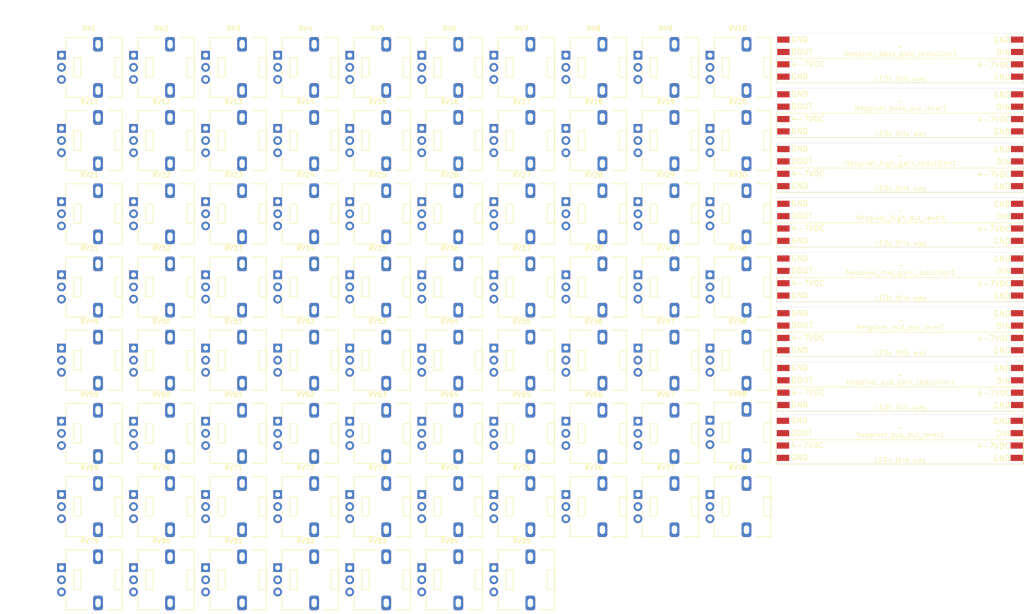
<source format=kicad_pcb>
(kicad_pcb (version 20240108) (generator "pcbnew") (generator_version "8.0")
  (layers (0 "F.Cu" signal) (31 "B.Cu" signal) (34 "B.Paste" user) (35 "F.Paste" user) (36 "B.SilkS" user "B.Silkscreen") (37 "F.SilkS" user "F.Silkscreen") (38 "B.Mask" user) (39 "F.Mask" user) (44 "Edge.Cuts" user))
  (net 0 "")
  (net 1 "3v3")
  (net 2 "rpi_pin4_gnd")
  (net 3 "Net-(U2-I0)")
  (net 4 "Net-(U2-I1)")
  (net 5 "Net-(U2-I2)")
  (net 6 "Net-(U2-I3)")
  (net 7 "Net-(U2-I4)")
  (net 8 "Net-(U2-I5)")
  (net 9 "Net-(U2-I6)")
  (net 10 "Net-(U2-I7)")
  (net 11 "Net-(U2-I8)")
  (net 12 "Net-(U2-I9)")
  (net 13 "Net-(U2-I10)")
  (net 14 "Net-(U2-I11)")
  (net 15 "Net-(U2-I12)")
  (net 16 "Net-(U2-I13)")
  (net 17 "Net-(U2-I14)")
  (net 18 "Net-(U2-I15)")
  (net 19 "Net-(U3-I0)")
  (net 20 "Net-(U3-I1)")
  (net 21 "Net-(U3-I2)")
  (net 22 "Net-(U3-I3)")
  (net 23 "Net-(U3-I4)")
  (net 24 "Net-(U3-I5)")
  (net 25 "Net-(U3-I6)")
  (net 26 "Net-(U3-I7)")
  (net 29 "Net-(U3-I10)")
  (net 30 "Net-(U3-I11)")
  (net 31 "Net-(U3-I12)")
  (net 32 "Net-(U3-I13)")
  (net 33 "Net-(U3-I14)")
  (net 34 "Net-(U3-I15)")
  (net 35 "Net-(U4-I0)")
  (net 36 "Net-(U4-I1)")
  (net 37 "Net-(U4-I2)")
  (net 38 "Net-(U4-I3)")
  (net 39 "Net-(U4-I4)")
  (net 40 "Net-(U4-I5)")
  (net 41 "Net-(U4-I6)")
  (net 42 "Net-(U4-I7)")
  (net 43 "Net-(U4-I8)")
  (net 44 "Net-(U4-I9)")
  (net 45 "Net-(U4-I10)")
  (net 46 "Net-(U4-I11)")
  (net 47 "Net-(U4-I12)")
  (net 48 "Net-(U4-I13)")
  (net 49 "Net-(U4-I14)")
  (net 50 "Net-(U4-I15)")
  (net 51 "Net-(U5-I0)")
  (net 52 "Net-(U5-I1)")
  (net 53 "Net-(U5-I2)")
  (net 54 "Net-(U5-I3)")
  (net 55 "Net-(U5-I4)")
  (net 56 "Net-(U5-I5)")
  (net 57 "Net-(U5-I6)")
  (net 58 "Net-(U5-I7)")
  (net 59 "Net-(U5-I8)")
  (net 60 "Net-(U5-I9)")
  (net 61 "Net-(U5-I10)")
  (net 62 "Net-(U5-I11)")
  (net 63 "Net-(U5-I12)")
  (net 64 "Net-(U5-I13)")
  (net 65 "Net-(U5-I14)")
  (net 66 "Net-(U5-I15)")
  (net 67 "Net-(U6-I0)")
  (net 68 "Net-(U6-I1)")
  (net 69 "Net-(U6-I2)")
  (net 70 "Net-(U6-I3)")
  (net 71 "Net-(U6-I4)")
  (net 72 "Net-(U6-I5)")
  (net 73 "Net-(U6-I6)")
  (net 74 "Net-(U6-I7)")
  (net 75 "Net-(U6-I8)")
  (net 76 "Net-(U6-I9)")
  (net 77 "Net-(U6-I10)")
  (net 78 "Net-(U6-I11)")
  (net 79 "Net-(U6-I12)")
  (footprint "Potentiometer_THT:Potentiometer_Alps_RK09L_Single_Vertical" (layer "F.Cu") (at 192.4 90.65)
    (property "Reference" "RV58" (at 5.725 -5.5 0) (layer "F.SilkS"))
    (property "Value" "pot_grain_pitch")
    (pad "1" thru_hole rect (at 0 0) (size 1.8 1.8) (drill 1) (layers "*.Cu" "*.Mask") (net 1 "3v3"))
    (pad "2" thru_hole circle (at 0 2.5) (size 1.8 1.8) (drill 1) (layers "*.Cu" "*.Mask") (net 52 "Net-(U5-I1)"))
    (pad "3" thru_hole circle (at 0 5) (size 1.8 1.8) (drill 1) (layers "*.Cu" "*.Mask") (net 2 "rpi_pin4_gnd"))
    (pad "MP" thru_hole roundrect (at 7.5 -2.25) (size 2 3) (drill oval 1.1 1.8) (layers "*.Cu" "*.Mask"))
    (pad "MP" thru_hole roundrect (at 7.5 7.25) (size 2 3) (drill oval 1.1 1.8) (layers "*.Cu" "*.Mask"))
  )
  (footprint "Potentiometer_THT:Potentiometer_Alps_RK09L_Single_Vertical" (layer "F.Cu") (at 88.8 120.75)
    (property "Reference" "RV71" (at 5.725 -5.5 0) (layer "F.SilkS"))
    (property "Value" "pot_roar_emph_gain")
    (pad "1" thru_hole rect (at 0 0) (size 1.8 1.8) (drill 1) (layers "*.Cu" "*.Mask") (net 1 "3v3"))
    (pad "2" thru_hole circle (at 0 2.5) (size 1.8 1.8) (drill 1) (layers "*.Cu" "*.Mask") (net 65 "Net-(U5-I14)"))
    (pad "3" thru_hole circle (at 0 5) (size 1.8 1.8) (drill 1) (layers "*.Cu" "*.Mask") (net 2 "rpi_pin4_gnd"))
    (pad "MP" thru_hole roundrect (at 7.5 -2.25) (size 2 3) (drill oval 1.1 1.8) (layers "*.Cu" "*.Mask"))
    (pad "MP" thru_hole roundrect (at 7.5 7.25) (size 2 3) (drill oval 1.1 1.8) (layers "*.Cu" "*.Mask"))
  )
  (footprint "Potentiometer_THT:Potentiometer_Alps_RK09L_Single_Vertical" (layer "F.Cu") (at 148 45.5)
    (property "Reference" "RV17" (at 5.725 -5.5 0) (layer "F.SilkS"))
    (property "Value" "pot_in1_auxsend")
    (pad "1" thru_hole rect (at 0 0) (size 1.8 1.8) (drill 1) (layers "*.Cu" "*.Mask") (net 1 "3v3"))
    (pad "2" thru_hole circle (at 0 2.5) (size 1.8 1.8) (drill 1) (layers "*.Cu" "*.Mask") (net 19 "Net-(U3-I0)"))
    (pad "3" thru_hole circle (at 0 5) (size 1.8 1.8) (drill 1) (layers "*.Cu" "*.Mask") (net 2 "rpi_pin4_gnd"))
    (pad "MP" thru_hole roundrect (at 7.5 -2.25) (size 2 3) (drill oval 1.1 1.8) (layers "*.Cu" "*.Mask"))
    (pad "MP" thru_hole roundrect (at 7.5 7.25) (size 2 3) (drill oval 1.1 1.8) (layers "*.Cu" "*.Mask"))
  )
  (footprint "Potentiometer_THT:Potentiometer_Alps_RK09L_Single_Vertical" (layer "F.Cu") (at 59.2 135.8)
    (property "Reference" "RV79" (at 5.725 -5.5 0) (layer "F.SilkS"))
    (property "Value" "pot_verb_predelay")
    (pad "1" thru_hole rect (at 0 0) (size 1.8 1.8) (drill 1) (layers "*.Cu" "*.Mask") (net 1 "3v3"))
    (pad "2" thru_hole circle (at 0 2.5) (size 1.8 1.8) (drill 1) (layers "*.Cu" "*.Mask") (net 73 "Net-(U6-I6)"))
    (pad "3" thru_hole circle (at 0 5) (size 1.8 1.8) (drill 1) (layers "*.Cu" "*.Mask") (net 2 "rpi_pin4_gnd"))
    (pad "MP" thru_hole roundrect (at 7.5 -2.25) (size 2 3) (drill oval 1.1 1.8) (layers "*.Cu" "*.Mask"))
    (pad "MP" thru_hole roundrect (at 7.5 7.25) (size 2 3) (drill oval 1.1 1.8) (layers "*.Cu" "*.Mask"))
  )
  (footprint "Potentiometer_THT:Potentiometer_Alps_RK09L_Single_Vertical" (layer "F.Cu") (at 133.2 90.65)
    (property "Reference" "RV54" (at 5.725 -5.5 0) (layer "F.SilkS"))
    (property "Value" "pot_dly_highcut_freq")
    (pad "1" thru_hole rect (at 0 0) (size 1.8 1.8) (drill 1) (layers "*.Cu" "*.Mask") (net 1 "3v3"))
    (pad "2" thru_hole circle (at 0 2.5) (size 1.8 1.8) (drill 1) (layers "*.Cu" "*.Mask") (net 48 "Net-(U4-I13)"))
    (pad "3" thru_hole circle (at 0 5) (size 1.8 1.8) (drill 1) (layers "*.Cu" "*.Mask") (net 2 "rpi_pin4_gnd"))
    (pad "MP" thru_hole roundrect (at 7.5 -2.25) (size 2 3) (drill oval 1.1 1.8) (layers "*.Cu" "*.Mask"))
    (pad "MP" thru_hole roundrect (at 7.5 7.25) (size 2 3) (drill oval 1.1 1.8) (layers "*.Cu" "*.Mask"))
  )
  (footprint "leozorLib:Neopixel-8LED" (layer "F.Cu") (at 231.5 109.5)
    (property "Reference" "Neopixel_sub_out_level1" (at 0 -1 0) (layer "F.SilkS") (effects (font (thickness 0.1))))
    (property "Value" "~" (at 0.0344 -2.410399 0) (layer "F.SilkS"))
    (fp_line (start -25.5 -5.16) (end -25.5 5) (stroke (width 0.05)) (layer "Edge.Cuts"))
    (fp_line (start -25.5 5) (end 25.3 5) (stroke (width 0.05)) (layer "Edge.Cuts"))
    (fp_line (start 25.3 -5.16) (end -25.5 -5.16) (stroke (width 0.05)) (layer "Edge.Cuts"))
    (fp_line (start 25.3 5) (end 25.3 -5.16) (stroke (width 0.05)) (layer "Edge.Cuts"))
    (fp_text user "DIN" (at 19.598714 -0.58 0) (layer "F.SilkS") (effects (font (size 1.143 1.143) (thickness 0.127)) (justify left bottom)))
    (fp_text user "LEDs this way" (at 0 4.77 0) (layer "F.SilkS") (effects (font (thickness 0.1)) (justify bottom)))
    (fp_text user "GND" (at 19 -3.12 0) (layer "F.SilkS") (effects (font (size 1.143 1.143) (thickness 0.127)) (justify left bottom)))
    (fp_text user "4-7VDC" (at 15.62543 1.96 0) (layer "F.SilkS") (effects (font (size 1.143 1.143) (thickness 0.127)) (justify left bottom)))
    (fp_text user "GND" (at 19 4.5 0) (layer "F.SilkS") (effects (font (size 1.143 1.143) (thickness 0.127)) (justify left bottom)))
    (fp_text user "GND" (at -22.576 -3.255 0) (layer "F.SilkS") (effects (font (size 1.143 1.143) (thickness 0.127)) (justify left bottom)))
    (fp_text user "GND" (at -22.576 4.365 0) (layer "F.SilkS") (effects (font (size 1.143 1.143) (thickness 0.127)) (justify left bottom)))
    (fp_text user "4-7VDC" (at -22.576 1.825 0) (layer "F.SilkS") (effects (font (size 1.143 1.143) (thickness 0.127)) (justify left bottom)))
    (fp_text user "DOUT" (at -22.576 -0.715 0) (layer "F.SilkS") (effects (font (size 1.143 1.143) (thickness 0.127)) (justify left bottom)))
    (pad "1" smd rect (at -24.1 -3.89 90) (size 1.27 2.54) (layers "F.Cu" "F.Paste" "F.Mask"))
    (pad "1" smd rect (at 23.906 3.73 270) (size 1.27 2.54) (layers "F.Cu" "F.Paste" "F.Mask"))
    (pad "2" smd rect (at -24.1 -1.35 90) (size 1.27 2.54) (layers "F.Cu" "F.Paste" "F.Mask"))
    (pad "2" smd rect (at 23.906 1.19 270) (size 1.27 2.54) (layers "F.Cu" "F.Paste" "F.Mask"))
    (pad "3" smd rect (at -24.1 1.19 90) (size 1.27 2.54) (layers "F.Cu" "F.Paste" "F.Mask"))
    (pad "3" smd rect (at 23.906 -1.35 270) (size 1.27 2.54) (layers "F.Cu" "F.Paste" "F.Mask"))
    (pad "4" smd rect (at -24.1 3.73 90) (size 1.27 2.54) (layers "F.Cu" "F.Paste" "F.Mask"))
    (pad "4" smd rect (at 23.906 -3.89 270) (size 1.27 2.54) (layers "F.Cu" "F.Paste" "F.Mask"))
  )
  (footprint "Potentiometer_THT:Potentiometer_Alps_RK09L_Single_Vertical" (layer "F.Cu") (at 103.6 120.75)
    (property "Reference" "RV72" (at 5.725 -5.5 0) (layer "F.SilkS"))
    (property "Value" "pot_roar_verb_mix")
    (pad "1" thru_hole rect (at 0 0) (size 1.8 1.8) (drill 1) (layers "*.Cu" "*.Mask") (net 1 "3v3"))
    (pad "2" thru_hole circle (at 0 2.5) (size 1.8 1.8) (drill 1) (layers "*.Cu" "*.Mask") (net 66 "Net-(U5-I15)"))
    (pad "3" thru_hole circle (at 0 5) (size 1.8 1.8) (drill 1) (layers "*.Cu" "*.Mask") (net 2 "rpi_pin4_gnd"))
    (pad "MP" thru_hole roundrect (at 7.5 -2.25) (size 2 3) (drill oval 1.1 1.8) (layers "*.Cu" "*.Mask"))
    (pad "MP" thru_hole roundrect (at 7.5 7.25) (size 2 3) (drill oval 1.1 1.8) (layers "*.Cu" "*.Mask"))
  )
  (footprint "Potentiometer_THT:Potentiometer_Alps_RK09L_Single_Vertical" (layer "F.Cu") (at 59.2 30.45)
    (property "Reference" "RV1" (at 5.725 -5.5 0) (layer "F.SilkS"))
    (property "Value" "pot_sample_speed")
    (pad "1" thru_hole rect (at 0 0) (size 1.8 1.8) (drill 1) (layers "*.Cu" "*.Mask") (net 1 "3v3"))
    (pad "2" thru_hole circle (at 0 2.5) (size 1.8 1.8) (drill 1) (layers "*.Cu" "*.Mask") (net 3 "Net-(U2-I0)"))
    (pad "3" thru_hole circle (at 0 5) (size 1.8 1.8) (drill 1) (layers "*.Cu" "*.Mask") (net 2 "rpi_pin4_gnd"))
    (pad "MP" thru_hole roundrect (at 7.5 -2.25) (size 2 3) (drill oval 1.1 1.8) (layers "*.Cu" "*.Mask"))
    (pad "MP" thru_hole roundrect (at 7.5 7.25) (size 2 3) (drill oval 1.1 1.8) (layers "*.Cu" "*.Mask"))
  )
  (footprint "Potentiometer_THT:Potentiometer_Alps_RK09L_Single_Vertical" (layer "F.Cu") (at 88.8 45.5)
    (property "Reference" "RV13" (at 5.725 -5.5 0) (layer "F.SilkS"))
    (property "Value" "pot_in1_delay")
    (pad "1" thru_hole rect (at 0 0) (size 1.8 1.8) (drill 1) (layers "*.Cu" "*.Mask") (net 1 "3v3"))
    (pad "2" thru_hole circle (at 0 2.5) (size 1.8 1.8) (drill 1) (layers "*.Cu" "*.Mask") (net 15 "Net-(U2-I12)"))
    (pad "3" thru_hole circle (at 0 5) (size 1.8 1.8) (drill 1) (layers "*.Cu" "*.Mask") (net 2 "rpi_pin4_gnd"))
    (pad "MP" thru_hole roundrect (at 7.5 -2.25) (size 2 3) (drill oval 1.1 1.8) (layers "*.Cu" "*.Mask"))
    (pad "MP" thru_hole roundrect (at 7.5 7.25) (size 2 3) (drill oval 1.1 1.8) (layers "*.Cu" "*.Mask"))
  )
  (footprint "Potentiometer_THT:Potentiometer_Alps_RK09L_Single_Vertical" (layer "F.Cu") (at 88.8 60.55)
    (property "Reference" "RV23" (at 5.725 -5.5 0) (layer "F.SilkS"))
    (property "Value" "pot_sub_atk")
    (pad "1" thru_hole rect (at 0 0) (size 1.8 1.8) (drill 1) (layers "*.Cu" "*.Mask") (net 1 "3v3"))
    (pad "2" thru_hole circle (at 0 2.5) (size 1.8 1.8) (drill 1) (layers "*.Cu" "*.Mask") (net 25 "Net-(U3-I6)"))
    (pad "3" thru_hole circle (at 0 5) (size 1.8 1.8) (drill 1) (layers "*.Cu" "*.Mask") (net 2 "rpi_pin4_gnd"))
    (pad "MP" thru_hole roundrect (at 7.5 -2.25) (size 2 3) (drill oval 1.1 1.8) (layers "*.Cu" "*.Mask"))
    (pad "MP" thru_hole roundrect (at 7.5 7.25) (size 2 3) (drill oval 1.1 1.8) (layers "*.Cu" "*.Mask"))
  )
  (footprint "Potentiometer_THT:Potentiometer_Alps_RK09L_Single_Vertical" (layer "F.Cu") (at 192.4 60.55)
    (property "Reference" "RV30" (at 5.725 -5.5 0) (layer "F.SilkS"))
    (property "Value" "pot_bass_gain")
    (pad "1" thru_hole rect (at 0 0) (size 1.8 1.8) (drill 1) (layers "*.Cu" "*.Mask") (net 1 "3v3"))
    (pad "2" thru_hole circle (at 0 2.5) (size 1.8 1.8) (drill 1) (layers "*.Cu" "*.Mask") (net 32 "Net-(U3-I13)"))
    (pad "3" thru_hole circle (at 0 5) (size 1.8 1.8) (drill 1) (layers "*.Cu" "*.Mask") (net 2 "rpi_pin4_gnd"))
    (pad "MP" thru_hole roundrect (at 7.5 -2.25) (size 2 3) (drill oval 1.1 1.8) (layers "*.Cu" "*.Mask"))
    (pad "MP" thru_hole roundrect (at 7.5 7.25) (size 2 3) (drill oval 1.1 1.8) (layers "*.Cu" "*.Mask"))
  )
  (footprint "Potentiometer_THT:Potentiometer_Alps_RK09L_Single_Vertical" (layer "F.Cu") (at 148 60.55)
    (property "Reference" "RV27" (at 5.725 -5.5 0) (layer "F.SilkS"))
    (property "Value" "pot_bass_atk")
    (pad "1" thru_hole rect (at 0 0) (size 1.8 1.8) (drill 1) (layers "*.Cu" "*.Mask") (net 1 "3v3"))
    (pad "2" thru_hole circle (at 0 2.5) (size 1.8 1.8) (drill 1) (layers "*.Cu" "*.Mask") (net 29 "Net-(U3-I10)"))
    (pad "3" thru_hole circle (at 0 5) (size 1.8 1.8) (drill 1) (layers "*.Cu" "*.Mask") (net 2 "rpi_pin4_gnd"))
    (pad "MP" thru_hole roundrect (at 7.5 -2.25) (size 2 3) (drill oval 1.1 1.8) (layers "*.Cu" "*.Mask"))
    (pad "MP" thru_hole roundrect (at 7.5 7.25) (size 2 3) (drill oval 1.1 1.8) (layers "*.Cu" "*.Mask"))
  )
  (footprint "Potentiometer_THT:Potentiometer_Alps_RK09L_Single_Vertical" (layer "F.Cu") (at 103.6 75.6)
    (property "Reference" "RV34" (at 5.725 -5.5 0) (layer "F.SilkS"))
    (property "Value" "pot_mid_gain")
    (pad "1" thru_hole rect (at 0 0) (size 1.8 1.8) (drill 1) (layers "*.Cu" "*.Mask") (net 1 "3v3"))
    (pad "2" thru_hole circle (at 0 2.5) (size 1.8 1.8) (drill 1) (layers "*.Cu" "*.Mask") (net 36 "Net-(U4-I1)"))
    (pad "3" thru_hole circle (at 0 5) (size 1.8 1.8) (drill 1) (layers "*.Cu" "*.Mask") (net 2 "rpi_pin4_gnd"))
    (pad "MP" thru_hole roundrect (at 7.5 -2.25) (size 2 3) (drill oval 1.1 1.8) (layers "*.Cu" "*.Mask"))
    (pad "MP" thru_hole roundrect (at 7.5 7.25) (size 2 3) (drill oval 1.1 1.8) (layers "*.Cu" "*.Mask"))
  )
  (footprint "Potentiometer_THT:Potentiometer_Alps_RK09L_Single_Vertical" (layer "F.Cu") (at 192.4 75.6)
    (property "Reference" "RV48" (at 5.725 -5.5 0) (layer "F.SilkS"))
    (property "Value" "pot_dly_time")
    (pad "1" thru_hole rect (at 0 0) (size 1.8 1.8) (drill 1) (layers "*.Cu" "*.Mask") (net 1 "3v3"))
    (pad "2" thru_hole circle (at 0 2.5) (size 1.8 1.8) (drill 1) (layers "*.Cu" "*.Mask") (net 42 "Net-(U4-I7)"))
    (pad "3" thru_hole circle (at 0 5) (size 1.8 1.8) (drill 1) (layers "*.Cu" "*.Mask") (net 2 "rpi_pin4_gnd"))
    (pad "MP" thru_hole roundrect (at 7.5 -2.25) (size 2 3) (drill oval 1.1 1.8) (layers "*.Cu" "*.Mask"))
    (pad "MP" thru_hole roundrect (at 7.5 7.25) (size 2 3) (drill oval 1.1 1.8) (layers "*.Cu" "*.Mask"))
  )
  (footprint "Potentiometer_THT:Potentiometer_Alps_RK09L_Single_Vertical" (layer "F.Cu") (at 59.2 120.75)
    (property "Reference" "RV69" (at 5.725 -5.5 0) (layer "F.SilkS"))
    (property "Value" "pot_roar_fold")
    (pad "1" thru_hole rect (at 0 0) (size 1.8 1.8) (drill 1) (layers "*.Cu" "*.Mask") (net 1 "3v3"))
    (pad "2" thru_hole circle (at 0 2.5) (size 1.8 1.8) (drill 1) (layers "*.Cu" "*.Mask") (net 63 "Net-(U5-I12)"))
    (pad "3" thru_hole circle (at 0 5) (size 1.8 1.8) (drill 1) (layers "*.Cu" "*.Mask") (net 2 "rpi_pin4_gnd"))
    (pad "MP" thru_hole roundrect (at 7.5 -2.25) (size 2 3) (drill oval 1.1 1.8) (layers "*.Cu" "*.Mask"))
    (pad "MP" thru_hole roundrect (at 7.5 7.25) (size 2 3) (drill oval 1.1 1.8) (layers "*.Cu" "*.Mask"))
  )
  (footprint "Potentiometer_THT:Potentiometer_Alps_RK09L_Single_Vertical" (layer "F.Cu") (at 133.2 105.7)
    (property "Reference" "RV64" (at 5.725 -5.5 0) (layer "F.SilkS"))
    (property "Value" "pot_grain_shimmer")
    (pad "1" thru_hole rect (at 0 0) (size 1.8 1.8) (drill 1) (layers "*.Cu" "*.Mask") (net 1 "3v3"))
    (pad "2" thru_hole circle (at 0 2.5) (size 1.8 1.8) (drill 1) (layers "*.Cu" "*.Mask") (net 58 "Net-(U5-I7)"))
    (pad "3" thru_hole circle (at 0 5) (size 1.8 1.8) (drill 1) (layers "*.Cu" "*.Mask") (net 2 "rpi_pin4_gnd"))
    (pad "MP" thru_hole roundrect (at 7.5 -2.25) (size 2 3) (drill oval 1.1 1.8) (layers "*.Cu" "*.Mask"))
    (pad "MP" thru_hole roundrect (at 7.5 7.25) (size 2 3) (drill oval 1.1 1.8) (layers "*.Cu" "*.Mask"))
  )
  (footprint "Potentiometer_THT:Potentiometer_Alps_RK09L_Single_Vertical" (layer "F.Cu") (at 192.4 45.5)
    (property "Reference" "RV20" (at 5.725 -5.5 0) (layer "F.SilkS"))
    (property "Value" "pot_in2_grain")
    (pad "1" thru_hole rect (at 0 0) (size 1.8 1.8) (drill 1) (layers "*.Cu" "*.Mask") (net 1 "3v3"))
    (pad "2" thru_hole circle (at 0 2.5) (size 1.8 1.8) (drill 1) (layers "*.Cu" "*.Mask") (net 22 "Net-(U3-I3)"))
    (pad "3" thru_hole circle (at 0 5) (size 1.8 1.8) (drill 1) (layers "*.Cu" "*.Mask") (net 2 "rpi_pin4_gnd"))
    (pad "MP" thru_hole roundrect (at 7.5 -2.25) (size 2 3) (drill oval 1.1 1.8) (layers "*.Cu" "*.Mask"))
    (pad "MP" thru_hole roundrect (at 7.5 7.25) (size 2 3) (drill oval 1.1 1.8) (layers "*.Cu" "*.Mask"))
  )
  (footprint "Potentiometer_THT:Potentiometer_Alps_RK09L_Single_Vertical" (layer "F.Cu") (at 192.4 120.75)
    (property "Reference" "RV78" (at 5.725 -5.5 0) (layer "F.SilkS"))
    (property "Value" "pot_verb_decay")
    (pad "1" thru_hole rect (at 0 0) (size 1.8 1.8) (drill 1) (layers "*.Cu" "*.Mask") (net 1 "3v3"))
    (pad "2" thru_hole circle (at 0 2.5) (size 1.8 1.8) (drill 1) (layers "*.Cu" "*.Mask") (net 72 "Net-(U6-I5)"))
    (pad "3" thru_hole circle (at 0 5) (size 1.8 1.8) (drill 1) (layers "*.Cu" "*.Mask") (net 2 "rpi_pin4_gnd"))
    (pad "MP" thru_hole roundrect (at 7.5 -2.25) (size 2 3) (drill oval 1.1 1.8) (layers "*.Cu" "*.Mask"))
    (pad "MP" thru_hole roundrect (at 7.5 7.25) (size 2 3) (drill oval 1.1 1.8) (layers "*.Cu" "*.Mask"))
  )
  (footprint "Potentiometer_THT:Potentiometer_Alps_RK09L_Single_Vertical" (layer "F.Cu") (at 74 75.6)
    (property "Reference" "RV32" (at 5.725 -5.5 0) (layer "F.SilkS"))
    (property "Value" "pot_mid_rel")
    (pad "1" thru_hole rect (at 0 0) (size 1.8 1.8) (drill 1) (layers "*.Cu" "*.Mask") (net 1 "3v3"))
    (pad "2" thru_hole circle (at 0 2.5) (size 1.8 1.8) (drill 1) (layers "*.Cu" "*.Mask") (net 34 "Net-(U3-I15)"))
    (pad "3" thru_hole circle (at 0 5) (size 1.8 1.8) (drill 1) (layers "*.Cu" "*.Mask") (net 2 "rpi_pin4_gnd"))
    (pad "MP" thru_hole roundrect (at 7.5 -2.25) (size 2 3) (drill oval 1.1 1.8) (layers "*.Cu" "*.Mask"))
    (pad "MP" thru_hole roundrect (at 7.5 7.25) (size 2 3) (drill oval 1.1 1.8) (layers "*.Cu" "*.Mask"))
  )
  (footprint "Potentiometer_THT:Potentiometer_Alps_RK09L_Single_Vertical" (layer "F.Cu") (at 133.2 135.8)
    (property "Reference" "RV84" (at 5.725 -5.5 0) (layer "F.SilkS"))
    (property "Value" "pot_verb_lfo_rate")
    (pad "1" thru_hole rect (at 0 0) (size 1.8 1.8) (drill 1) (layers "*.Cu" "*.Mask") (net 1 "3v3"))
    (pad "2" thru_hole circle (at 0 2.5) (size 1.8 1.8) (drill 1) (layers "*.Cu" "*.Mask") (net 78 "Net-(U6-I11)"))
    (pad "3" thru_hole circle (at 0 5) (size 1.8 1.8) (drill 1) (layers "*.Cu" "*.Mask") (net 2 "rpi_pin4_gnd"))
    (pad "MP" thru_hole roundrect (at 7.5 -2.25) (size 2 3) (drill oval 1.1 1.8) (layers "*.Cu" "*.Mask"))
    (pad "MP" thru_hole roundrect (at 7.5 7.25) (size 2 3) (drill oval 1.1 1.8) (layers "*.Cu" "*.Mask"))
  )
  (footprint "Potentiometer_THT:Potentiometer_Alps_RK09L_Single_Vertical" (layer "F.Cu") (at 133.2 45.5)
    (property "Reference" "RV16" (at 5.725 -5.5 0) (layer "F.SilkS"))
    (property "Value" "pot_in1_reverb")
    (pad "1" thru_hole rect (at 0 0) (size 1.8 1.8) (drill 1) (layers "*.Cu" "*.Mask") (net 1 "3v3"))
    (pad "2" thru_hole circle (at 0 2.5) (size 1.8 1.8) (drill 1) (layers "*.Cu" "*.Mask") (net 18 "Net-(U2-I15)"))
    (pad "3" thru_hole circle (at 0 5) (size 1.8 1.8) (drill 1) (layers "*.Cu" "*.Mask") (net 2 "rpi_pin4_gnd"))
    (pad "MP" thru_hole roundrect (at 7.5 -2.25) (size 2 3) (drill oval 1.1 1.8) (layers "*.Cu" "*.Mask"))
    (pad "MP" thru_hole roundrect (at 7.5 7.25) (size 2 3) (drill oval 1.1 1.8) (layers "*.Cu" "*.Mask"))
  )
  (footprint "Potentiometer_THT:Potentiometer_Alps_RK09L_Single_Vertical" (layer "F.Cu") (at 118.4 135.8)
    (property "Reference" "RV83" (at 5.725 -5.5 0) (layer "F.SilkS"))
    (property "Value" "pot_verb_lfo_depth")
    (pad "1" thru_hole rect (at 0 0) (size 1.8 1.8) (drill 1) (layers "*.Cu" "*.Mask") (net 1 "3v3"))
    (pad "2" thru_hole circle (at 0 2.5) (size 1.8 1.8) (drill 1) (layers "*.Cu" "*.Mask") (net 77 "Net-(U6-I10)"))
    (pad "3" thru_hole circle (at 0 5) (size 1.8 1.8) (drill 1) (layers "*.Cu" "*.Mask") (net 2 "rpi_pin4_gnd"))
    (pad "MP" thru_hole roundrect (at 7.5 -2.25) (size 2 3) (drill oval 1.1 1.8) (layers "*.Cu" "*.Mask"))
    (pad "MP" thru_hole roundrect (at 7.5 7.25) (size 2 3) (drill oval 1.1 1.8) (layers "*.Cu" "*.Mask"))
  )
  (footprint "Potentiometer_THT:Potentiometer_Alps_RK09L_Single_Vertical" (layer "F.Cu") (at 162.8 60.55)
    (property "Reference" "RV28" (at 5.725 -5.5 0) (layer "F.SilkS"))
    (property "Value" "pot_bass_rel")
    (pad "1" thru_hole rect (at 0 0) (size 1.8 1.8) (drill 1) (layers "*.Cu" "*.Mask") (net 1 "3v3"))
    (pad "2" thru_hole circle (at 0 2.5) (size 1.8 1.8) (drill 1) (layers "*.Cu" "*.Mask") (net 30 "Net-(U3-I11)"))
    (pad "3" thru_hole circle (at 0 5) (size 1.8 1.8) (drill 1) (layers "*.Cu" "*.Mask") (net 2 "rpi_pin4_gnd"))
    (pad "MP" thru_hole roundrect (at 7.5 -2.25) (size 2 3) (drill oval 1.1 1.8) (layers "*.Cu" "*.Mask"))
    (pad "MP" thru_hole roundrect (at 7.5 7.25) (size 2 3) (drill oval 1.1 1.8) (layers "*.Cu" "*.Mask"))
  )
  (footprint "Potentiometer_THT:Potentiometer_Alps_RK09L_Single_Vertical" (layer "F.Cu") (at 59.2 75.6)
    (property "Reference" "RV31" (at 5.725 -5.5 0) (layer "F.SilkS"))
    (property "Value" "pot_mid_atk")
    (pad "1" thru_hole rect (at 0 0) (size 1.8 1.8) (drill 1) (layers "*.Cu" "*.Mask") (net 1 "3v3"))
    (pad "2" thru_hole circle (at 0 2.5) (size 1.8 1.8) (drill 1) (layers "*.Cu" "*.Mask") (net 33 "Net-(U3-I14)"))
    (pad "3" thru_hole circle (at 0 5) (size 1.8 1.8) (drill 1) (layers "*.Cu" "*.Mask") (net 2 "rpi_pin4_gnd"))
    (pad "MP" thru_hole roundrect (at 7.5 -2.25) (size 2 3) (drill oval 1.1 1.8) (layers "*.Cu" "*.Mask"))
    (pad "MP" thru_hole roundrect (at 7.5 7.25) (size 2 3) (drill oval 1.1 1.8) (layers "*.Cu" "*.Mask"))
  )
  (footprint "Potentiometer_THT:Potentiometer_Alps_RK09L_Single_Vertical" (layer "F.Cu") (at 59.2 45.5)
    (property "Reference" "RV11" (at 5.725 -5.5 0) (layer "F.SilkS"))
    (property "Value" "pot_eq2_q")
    (pad "1" thru_hole rect (at 0 0) (size 1.8 1.8) (drill 1) (layers "*.Cu" "*.Mask") (net 1 "3v3"))
    (pad "2" thru_hole circle (at 0 2.5) (size 1.8 1.8) (drill 1) (layers "*.Cu" "*.Mask") (net 13 "Net-(U2-I10)"))
    (pad "3" thru_hole circle (at 0 5) (size 1.8 1.8) (drill 1) (layers "*.Cu" "*.Mask") (net 2 "rpi_pin4_gnd"))
    (pad "MP" thru_hole roundrect (at 7.5 -2.25) (size 2 3) (drill oval 1.1 1.8) (layers "*.Cu" "*.Mask"))
    (pad "MP" thru_hole roundrect (at 7.5 7.25) (size 2 3) (drill oval 1.1 1.8) (layers "*.Cu" "*.Mask"))
  )
  (footprint "Potentiometer_THT:Potentiometer_Alps_RK09L_Single_Vertical" (layer "F.Cu") (at 148 75.6)
    (property "Reference" "RV37" (at 5.725 -5.5 0) (layer "F.SilkS"))
    (property "Value" "pot_high_tresh")
    (pad "1" thru_hole rect (at 0 0) (size 1.8 1.8) (drill 1) (layers "*.Cu" "*.Mask") (net 1 "3v3"))
    (pad "2" thru_hole circle (at 0 2.5) (size 1.8 1.8) (drill 1) (layers "*.Cu" "*.Mask") (net 39 "Net-(U4-I4)"))
    (pad "3" thru_hole circle (at 0 5) (size 1.8 1.8) (drill 1) (layers "*.Cu" "*.Mask") (net 2 "rpi_pin4_gnd"))
    (pad "MP" thru_hole roundrect (at 7.5 -2.25) (size 2 3) (drill oval 1.1 1.8) (layers "*.Cu" "*.Mask"))
    (pad "MP" thru_hole roundrect (at 7.5 7.25) (size 2 3) (drill oval 1.1 1.8) (layers "*.Cu" "*.Mask"))
  )
  (footprint "Potentiometer_THT:Potentiometer_Alps_RK09L_Single_Vertical" (layer "F.Cu") (at 74 120.75)
    (property "Reference" "RV70" (at 5.725 -5.5 0) (layer "F.SilkS"))
    (property "Value" "pot_roar_emph_freq")
    (pad "1" thru_hole rect (at 0 0) (size 1.8 1.8) (drill 1) (layers "*.Cu" "*.Mask") (net 1 "3v3"))
    (pad "2" thru_hole circle (at 0 2.5) (size 1.8 1.8) (drill 1) (layers "*.Cu" "*.Mask") (net 64 "Net-(U5-I13)"))
    (pad "3" thru_hole circle (at 0 5) (size 1.8 1.8) (drill 1) (layers "*.Cu" "*.Mask") (net 2 "rpi_pin4_gnd"))
    (pad "MP" thru_hole roundrect (at 7.5 -2.25) (size 2 3) (drill oval 1.1 1.8) (layers "*.Cu" "*.Mask"))
    (pad "MP" thru_hole roundrect (at 7.5 7.25) (size 2 3) (drill oval 1.1 1.8) (layers "*.Cu" "*.Mask"))
  )
  (footprint "Potentiometer_THT:Potentiometer_Alps_RK09L_Single_Vertical" (layer "F.Cu") (at 133.2 120.75)
    (property "Reference" "RV74" (at 5.725 -5.5 0) (layer "F.SilkS"))
    (property "Value" "pot_roar_decay")
    (pad "1" thru_hole rect (at 0 0) (size 1.8 1.8) (drill 1) (layers "*.Cu" "*.Mask") (net 1 "3v3"))
    (pad "2" thru_hole circle (at 0 2.5) (size 1.8 1.8) (drill 1) (layers "*.Cu" "*.Mask") (net 68 "Net-(U6-I1)"))
    (pad "3" thru_hole circle (at 0 5) (size 1.8 1.8) (drill 1) (layers "*.Cu" "*.Mask") (net 2 "rpi_pin4_gnd"))
    (pad "MP" thru_hole roundrect (at 7.5 -2.25) (size 2 3) (drill oval 1.1 1.8) (layers "*.Cu" "*.Mask"))
    (pad "MP" thru_hole roundrect (at 7.5 7.25) (size 2 3) (drill oval 1.1 1.8) (layers "*.Cu" "*.Mask"))
  )
  (footprint "Potentiometer_THT:Potentiometer_Alps_RK09L_Single_Vertical" (layer "F.Cu") (at 103.6 60.55)
    (property "Reference" "RV24" (at 5.725 -5.5 0) (layer "F.SilkS"))
    (property "Value" "pot_sub_rel")
    (pad "1" thru_hole rect (at 0 0) (size 1.8 1.8) (drill 1) (layers "*.Cu" "*.Mask") (net 1 "3v3"))
    (pad "2" thru_hole circle (at 0 2.5) (size 1.8 1.8) (drill 1) (layers "*.Cu" "*.Mask") (net 26 "Net-(U3-I7)"))
    (pad "3" thru_hole circle (at 0 5) (size 1.8 1.8) (drill 1) (layers "*.Cu" "*.Mask") (net 2 "rpi_pin4_gnd"))
    (pad "MP" thru_hole roundrect (at 7.5 -2.25) (size 2 3) (drill oval 1.1 1.8) (layers "*.Cu" "*.Mask"))
    (pad "MP" thru_hole roundrect (at 7.5 7.25) (size 2 3) (drill oval 1.1 1.8) (layers "*.Cu" "*.Mask"))
  )
  (footprint "Potentiometer_THT:Potentiometer_Alps_RK09L_Single_Vertical" (layer "F.Cu") (at 148 135.8)
    (property "Reference" "RV85" (at 5.725 -5.5 0) (layer "F.SilkS"))
    (property "Value" "pot_verb_level")
    (pad "1" thru_hole rect (at 0 0) (size 1.8 1.8) (drill 1) (layers "*.Cu" "*.Mask") (net 1 "3v3"))
    (pad "2" thru_hole circle (at 0 2.5) (size 1.8 1.8) (drill 1) (layers "*.Cu" "*.Mask") (net 79 "Net-(U6-I12)"))
    (pad "3" thru_hole circle (at 0 5) (size 1.8 1.8) (drill 1) (layers "*.Cu" "*.Mask") (net 2 "rpi_pin4_gnd"))
    (pad "MP" thru_hole roundrect (at 7.5 -2.25) (size 2 3) (drill oval 1.1 1.8) (layers "*.Cu" "*.Mask"))
    (pad "MP" thru_hole roundrect (at 7.5 7.25) (size 2 3) (drill oval 1.1 1.8) (layers "*.Cu" "*.Mask"))
  )
  (footprint "Potentiometer_THT:Potentiometer_Alps_RK09L_Single_Vertical" (layer "F.Cu") (at 192.4 30.45)
    (property "Reference" "RV10" (at 5.725 -5.5 0) (layer "F.SilkS"))
    (property "Value" "pot_eq2_gain")
    (pad "1" thru_hole rect (at 0 0) (size 1.8 1.8) (drill 1) (layers "*.Cu" "*.Mask") (net 1 "3v3"))
    (pad "2" thru_hole circle (at 0 2.5) (size 1.8 1.8) (drill 1) (layers "*.Cu" "*.Mask") (net 12 "Net-(U2-I9)"))
    (pad "3" thru_hole circle (at 0 5) (size 1.8 1.8) (drill 1) (layers "*.Cu" "*.Mask") (net 2 "rpi_pin4_gnd"))
    (pad "MP" thru_hole roundrect (at 7.5 -2.25) (size 2 3) (drill oval 1.1 1.8) (layers "*.Cu" "*.Mask"))
    (pad "MP" thru_hole roundrect (at 7.5 7.25) (size 2 3) (drill oval 1.1 1.8) (layers "*.Cu" "*.Mask"))
  )
  (footprint "Potentiometer_THT:Potentiometer_Alps_RK09L_Single_Vertical" (layer "F.Cu") (at 118.4 30.45)
    (property "Reference" "RV5" (at 5.725 -5.5 0) (layer "F.SilkS"))
    (property "Value" "pot_sample_level")
    (pad "1" thru_hole rect (at 0 0) (size 1.8 1.8) (drill 1) (layers "*.Cu" "*.Mask") (net 1 "3v3"))
    (pad "2" thru_hole circle (at 0 2.5) (size 1.8 1.8) (drill 1) (layers "*.Cu" "*.Mask") (net 7 "Net-(U2-I4)"))
    (pad "3" thru_hole circle (at 0 5) (size 1.8 1.8) (drill 1) (layers "*.Cu" "*.Mask") (net 2 "rpi_pin4_gnd"))
    (pad "MP" thru_hole roundrect (at 7.5 -2.25) (size 2 3) (drill oval 1.1 1.8) (layers "*.Cu" "*.Mask"))
    (pad "MP" thru_hole roundrect (at 7.5 7.25) (size 2 3) (drill oval 1.1 1.8) (layers "*.Cu" "*.Mask"))
  )
  (footprint "Potentiometer_THT:Potentiometer_Alps_RK09L_Single_Vertical" (layer "F.Cu") (at 177.6 60.55)
    (property "Reference" "RV29" (at 5.725 -5.5 0) (layer "F.SilkS"))
    (property "Value" "pot_bass_tresh")
    (pad "1" thru_hole rect (at 0 0) (size 1.8 1.8) (drill 1) (layers "*.Cu" "*.Mask") (net 1 "3v3"))
    (pad "2" thru_hole circle (at 0 2.5) (size 1.8 1.8) (drill 1) (layers "*.Cu" "*.Mask") (net 31 "Net-(U3-I12)"))
    (pad "3" thru_hole circle (at 0 5) (size 1.8 1.8) (drill 1) (layers "*.Cu" "*.Mask") (net 2 "rpi_pin4_gnd"))
    (pad "MP" thru_hole roundrect (at 7.5 -2.25) (size 2 3) (drill oval 1.1 1.8) (layers "*.Cu" "*.Mask"))
    (pad "MP" thru_hole roundrect (at 7.5 7.25) (size 2 3) (drill oval 1.1 1.8) (layers "*.Cu" "*.Mask"))
  )
  (footprint "Potentiometer_THT:Potentiometer_Alps_RK09L_Single_Vertical" (layer "F.Cu") (at 177.6 45.5)
    (property "Reference" "RV19" (at 5.725 -5.5 0) (layer "F.SilkS"))
    (property "Value" "pot_in2_delay")
    (pad "1" thru_hole rect (at 0 0) (size 1.8 1.8) (drill 1) (layers "*.Cu" "*.Mask") (net 1 "3v3"))
    (pad "2" thru_hole circle (at 0 2.5) (size 1.8 1.8) (drill 1) (layers "*.Cu" "*.Mask") (net 21 "Net-(U3-I2)"))
    (pad "3" thru_hole circle (at 0 5) (size 1.8 1.8) (drill 1) (layers "*.Cu" "*.Mask") (net 2 "rpi_pin4_gnd"))
    (pad "MP" thru_hole roundrect (at 7.5 -2.25) (size 2 3) (drill oval 1.1 1.8) (layers "*.Cu" "*.Mask"))
    (pad "MP" thru_hole roundrect (at 7.5 7.25) (size 2 3) (drill oval 1.1 1.8) (layers "*.Cu" "*.Mask"))
  )
  (footprint "Potentiometer_THT:Potentiometer_Alps_RK09L_Single_Vertical" (layer "F.Cu") (at 177.6 30.45)
    (property "Reference" "RV9" (at 5.725 -5.5 0) (layer "F.SilkS"))
    (property "Value" "pot_eq2_freq")
    (pad "1" thru_hole rect (at 0 0) (size 1.8 1.8) (drill 1) (layers "*.Cu" "*.Mask") (net 1 "3v3"))
    (pad "2" thru_hole circle (at 0 2.5) (size 1.8 1.8) (drill 1) (layers "*.Cu" "*.Mask") (net 11 "Net-(U2-I8)"))
    (pad "3" thru_hole circle (at 0 5) (size 1.8 1.8) (drill 1) (layers "*.Cu" "*.Mask") (net 2 "rpi_pin4_gnd"))
    (pad "MP" thru_hole roundrect (at 7.5 -2.25) (size 2 3) (drill oval 1.1 1.8) (layers "*.Cu" "*.Mask"))
    (pad "MP" thru_hole roundrect (at 7.5 7.25) (size 2 3) (drill oval 1.1 1.8) (layers "*.Cu" "*.Mask"))
  )
  (footprint "Potentiometer_THT:Potentiometer_Alps_RK09L_Single_Vertical" (layer "F.Cu") (at 118.4 60.55)
    (property "Reference" "RV25" (at 5.725 -5.5 0) (layer "F.SilkS"))
    (property "Value" "pot_sub_tresh")
    (pad "1" thru_hole rect (at 0 0) (size 1.8 1.8) (drill 1) (layers "*.Cu" "*.Mask") (net 1 "3v3"))
    (pad "2" thru_hole circle (at 0 2.5) (size 1.8 1.8) (drill 1) (layers "*.Cu" "*.Mask"))
    (pad "3" thru_hole circle (at 0 5) (size 1.8 1.8) (drill 1) (layers "*.Cu" "*.Mask") (net 2 "rpi_pin4_gnd"))
    (pad "MP" thru_hole roundrect (at 7.5 -2.25) (size 2 3) (drill oval 1.1 1.8) (layers "*.Cu" "*.Mask"))
    (pad "MP" thru_hole roundrect (at 7.5 7.25) (size 2 3) (drill oval 1.1 1.8) (layers "*.Cu" "*.Mask"))
  )
  (footprint "Potentiometer_THT:Potentiometer_Alps_RK09L_Single_Vertical" (layer "F.Cu") (at 74 30.45)
    (property "Reference" "RV2" (at 5.725 -5.5 0) (layer "F.SilkS"))
    (property "Value" "pot_sample_reverb")
    (pad "1" thru_hole rect (at 0 0) (size 1.8 1.8) (drill 1) (layers "*.Cu" "*.Mask") (net 1 "3v3"))
    (pad "2" thru_hole circle (at 0 2.5) (size 1.8 1.8) (drill 1) (layers "*.Cu" "*.Mask") (net 4 "Net-(U2-I1)"))
    (pad "3" thru_hole circle (at 0 5) (size 1.8 1.8) (drill 1) (layers "*.Cu" "*.Mask") (net 2 "rpi_pin4_gnd"))
    (pad "MP" thru_hole roundrect (at 7.5 -2.25) (size 2 3) (drill oval 1.1 1.8) (layers "*.Cu" "*.Mask"))
    (pad "MP" thru_hole roundrect (at 7.5 7.25) (size 2 3) (drill oval 1.1 1.8) (layers "*.Cu" "*.Mask"))
  )
  (footprint "Potentiometer_THT:Potentiometer_Alps_RK09L_Single_Vertical" (layer "F.Cu") (at 162.8 105.7)
    (property "Reference" "RV66" (at 5.725 -5.5 0) (layer "F.SilkS"))
    (property "Value" "pot_grain_level")
    (pad "1" thru_hole rect (at 0 0) (size 1.8 1.8) (drill 1) (layers "*.Cu" "*.Mask") (net 1 "3v3"))
    (pad "2" thru_hole circle (at 0 2.5) (size 1.8 1.8) (drill 1) (layers "*.Cu" "*.Mask") (net 60 "Net-(U5-I9)"))
    (pad "3" thru_hole circle (at 0 5) (size 1.8 1.8) (drill 1) (layers "*.Cu" "*.Mask") (net 2 "rpi_pin4_gnd"))
    (pad "MP" thru_hole roundrect (at 7.5 -2.25) (size 2 3) (drill oval 1.1 1.8) (layers "*.Cu" "*.Mask"))
    (pad "MP" thru_hole roundrect (at 7.5 7.25) (size 2 3) (drill oval 1.1 1.8) (layers "*.Cu" "*.Mask"))
  )
  (footprint "Potentiometer_THT:Potentiometer_Alps_RK09L_Single_Vertical" (layer "F.Cu") (at 74 135.8)
    (property "Reference" "RV80" (at 5.725 -5.5 0) (layer "F.SilkS"))
    (property "Value" "pot_verb_roomsize")
    (pad "1" thru_hole rect (at 0 0) (size 1.8 1.8) (drill 1) (layers "*.Cu" "*.Mask") (net 1 "3v3"))
    (pad "2" thru_hole circle (at 0 2.5) (size 1.8 1.8) (drill 1) (layers "*.Cu" "*.Mask") (net 74 "Net-(U6-I7)"))
    (pad "3" thru_hole circle (at 0 5) (size 1.8 1.8) (drill 1) (layers "*.Cu" "*.Mask") (net 2 "rpi_pin4_gnd"))
    (pad "MP" thru_hole roundrect (at 7.5 -2.25) (size 2 3) (drill oval 1.1 1.8) (layers "*.Cu" "*.Mask"))
    (pad "MP" thru_hole roundrect (at 7.5 7.25) (size 2 3) (drill oval 1.1 1.8) (layers "*.Cu" "*.Mask"))
  )
  (footprint "Potentiometer_THT:Potentiometer_Alps_RK09L_Single_Vertical" (layer "F.Cu") (at 88.8 30.45)
    (property "Reference" "RV3" (at 5.725 -5.5 0) (layer "F.SilkS"))
    (property "Value" "pot_sample_delay")
    (pad "1" thru_hole rect (at 0 0) (size 1.8 1.8) (drill 1) (layers "*.Cu" "*.Mask") (net 1 "3v3"))
    (pad "2" thru_hole circle (at 0 2.5) (size 1.8 1.8) (drill 1) (layers "*.Cu" "*.Mask") (net 5 "Net-(U2-I2)"))
    (pad "3" thru_hole circle (at 0 5) (size 1.8 1.8) (drill 1) (layers "*.Cu" "*.Mask") (net 2 "rpi_pin4_gnd"))
    (pad "MP" thru_hole roundrect (at 7.5 -2.25) (size 2 3) (drill oval 1.1 1.8) (layers "*.Cu" "*.Mask"))
    (pad "MP" thru_hole roundrect (at 7.5 7.25) (size 2 3) (drill oval 1.1 1.8) (layers "*.Cu" "*.Mask"))
  )
  (footprint "leozorLib:Neopixel-8LED" (layer "F.Cu") (at 231.585 53.635)
    (property "Reference" "Neopixel_high_gain_reduction1" (at 0 -1 0) (layer "F.SilkS") (effects (font (thickness 0.1))))
    (property "Value" "~" (at 0.0344 -2.410399 0) (layer "F.SilkS"))
    (fp_line (start -25.5 -5.16) (end -25.5 5) (stroke (width 0.05)) (layer "Edge.Cuts"))
    (fp_line (start -25.5 5) (end 25.3 5) (stroke (width 0.05)) (layer "Edge.Cuts"))
    (fp_line (start 25.3 -5.16) (end -25.5 -5.16) (stroke (width 0.05)) (layer "Edge.Cuts"))
    (fp_line (start 25.3 5) (end 25.3 -5.16) (stroke (width 0.05)) (layer "Edge.Cuts"))
    (fp_text user "DOUT" (at -22.576 -0.715 0) (layer "F.SilkS") (effects (font (size 1.143 1.143) (thickness 0.127)) (justify left bottom)))
    (fp_text user "DIN" (at 19.598714 -0.58 0) (layer "F.SilkS") (effects (font (size 1.143 1.143) (thickness 0.127)) (justify left bottom)))
    (fp_text user "GND" (at -22.576 4.365 0) (layer "F.SilkS") (effects (font (size 1.143 1.143) (thickness 0.127)) (justify left bottom)))
    (fp_text user "GND" (at -22.576 -3.255 0) (layer "F.SilkS") (effects (font (size 1.143 1.143) (thickness 0.127)) (justify left bottom)))
    (fp_text user "LEDs this way" (at 0 4.77 0) (layer "F.SilkS") (effects (font (thickness 0.1)) (justify bottom)))
    (fp_text user "4-7VDC" (at -22.576 1.825 0) (layer "F.SilkS") (effects (font (size 1.143 1.143) (thickness 0.127)) (justify left bottom)))
    (fp_text user "GND" (at 19 -3.12 0) (layer "F.SilkS") (effects (font (size 1.143 1.143) (thickness 0.127)) (justify left bottom)))
    (fp_text user "4-7VDC" (at 15.62543 1.96 0) (layer "F.SilkS") (effects (font (size 1.143 1.143) (thickness 0.127)) (justify left bottom)))
    (fp_text user "GND" (at 19 4.5 0) (layer "F.SilkS") (effects (font (size 1.143 1.143) (thickness 0.127)) (justify left bottom)))
    (pad "1" smd rect (at -24.1 -3.89 90) (size 1.27 2.54) (layers "F.Cu" "F.Paste" "F.Mask"))
    (pad "1" smd rect (at 23.906 3.73 270) (size 1.27 2.54) (layers "F.Cu" "F.Paste" "F.Mask"))
    (pad "2" smd rect (at -24.1 -1.35 90) (size 1.27 2.54) (layers "F.Cu" "F.Paste" "F.Mask"))
    (pad "2" smd rect (at 23.906 1.19 270) (size 1.27 2.54) (layers "F.Cu" "F.Paste" "F.Mask"))
    (pad "3" smd rect (at -24.1 1.19 90) (size 1.27 2.54) (layers "F.Cu" "F.Paste" "F.Mask"))
    (pad "3" smd rect (at 23.906 -1.35 270) (size 1.27 2.54) (layers "F.Cu" "F.Paste" "F.Mask"))
    (pad "4" smd rect (at -24.1 3.73 90) (size 1.27 2.54) (layers "F.Cu" "F.Paste" "F.Mask"))
    (pad "4" smd rect (at 23.906 -3.89 270) (size 1.27 2.54) (layers "F.Cu" "F.Paste" "F.Mask"))
  )
  (footprint "Potentiometer_THT:Potentiometer_Alps_RK09L_Single_Vertical" (layer "F.Cu") (at 74 60.55)
    (property "Reference" "RV22" (at 5.725 -5.5 0) (layer "F.SilkS"))
    (property "Value" "pot_in2_reverb")
    (pad "1" thru_hole rect (at 0 0) (size 1.8 1.8) (drill 1) (layers "*.Cu" "*.Mask") (net 1 "3v3"))
    (pad "2" thru_hole circle (at 0 2.5) (size 1.8 1.8) (drill 1) (layers "*.Cu" "*.Mask") (net 24 "Net-(U3-I5)"))
    (pad "3" thru_hole circle (at 0 5) (size 1.8 1.8) (drill 1) (layers "*.Cu" "*.Mask") (net 2 "rpi_pin4_gnd"))
    (pad "MP" thru_hole roundrect (at 7.5 -2.25) (size 2 3) (drill oval 1.1 1.8) (layers "*.Cu" "*.Mask"))
    (pad "MP" thru_hole roundrect (at 7.5 7.25) (size 2 3) (drill oval 1.1 1.8) (layers "*.Cu" "*.Mask"))
  )
  (footprint "Potentiometer_THT:Potentiometer_Alps_RK09L_Single_Vertical" (layer "F.Cu") (at 177.6 105.7)
    (property "Reference" "RV67" (at 5.725 -5.5 0) (layer "F.SilkS"))
    (property "Value" "pot_roar_in_gain")
    (pad "1" thru_hole rect (at 0 0) (size 1.8 1.8) (drill 1) (layers "*.Cu" "*.Mask") (net 1 "3v3"))
    (pad "2" thru_hole circle (at 0 2.5) (size 1.8 1.8) (drill 1) (layers "*.Cu" "*.Mask") (net 61 "Net-(U5-I10)"))
    (pad "3" thru_hole circle (at 0 5) (size 1.8 1.8) (drill 1) (layers "*.Cu" "*.Mask") (net 2 "rpi_pin4_gnd"))
    (pad "MP" thru_hole roundrect (at 7.5 -2.25) (size 2 3) (drill oval 1.1 1.8) (layers "*.Cu" "*.Mask"))
    (pad "MP" thru_hole roundrect (at 7.5 7.25) (size 2 3) (drill oval 1.1 1.8) (layers "*.Cu" "*.Mask"))
  )
  (footprint "Potentiometer_THT:Potentiometer_Alps_RK09L_Single_Vertical" (layer "F.Cu") (at 103.6 45.5)
    (property "Reference" "RV14" (at 5.725 -5.5 0) (layer "F.SilkS"))
    (property "Value" "pot_in1_grain")
    (pad "1" thru_hole rect (at 0 0) (size 1.8 1.8) (drill 1) (layers "*.Cu" "*.Mask") (net 1 "3v3"))
    (pad "2" thru_hole circle (at 0 2.5) (size 1.8 1.8) (drill 1) (layers "*.Cu" "*.Mask") (net 16 "Net-(U2-I13)"))
    (pad "3" thru_hole circle (at 0 5) (size 1.8 1.8) (drill 1) (layers "*.Cu" "*.Mask") (net 2 "rpi_pin4_gnd"))
    (pad "MP" thru_hole roundrect (at 7.5 -2.25) (size 2 3) (drill oval 1.1 1.8) (layers "*.Cu" "*.Mask"))
    (pad "MP" thru_hole roundrect (at 7.5 7.25) (size 2 3) (drill oval 1.1 1.8) (layers "*.Cu" "*.Mask"))
  )
  (footprint "Potentiometer_THT:Potentiometer_Alps_RK09L_Single_Vertical" (layer "F.Cu") (at 74 90.65)
    (property "Reference" "RV50" (at 5.725 -5.5 0) (layer "F.SilkS"))
    (property "Value" "pot_dly_sample_rate")
    (pad "1" thru_hole rect (at 0 0) (size 1.8 1.8) (drill 1) (layers "*.Cu" "*.Mask") (net 1 "3v3"))
    (pad "2" thru_hole circle (at 0 2.5) (size 1.8 1.8) (drill 1) (layers "*.Cu" "*.Mask") (net 44 "Net-(U4-I9)"))
    (pad "3" thru_hole circle (at 0 5) (size 1.8 1.8) (drill 1) (layers "*.Cu" "*.Mask") (net 2 "rpi_pin4_gnd"))
    (pad "MP" thru_hole roundrect (at 7.5 -2.25) (size 2 3) (drill oval 1.1 1.8) (layers "*.Cu" "*.Mask"))
    (pad "MP" thru_hole roundrect (at 7.5 7.25) (size 2 3) (drill oval 1.1 1.8) (layers "*.Cu" "*.Mask"))
  )
  (footprint "Potentiometer_THT:Potentiometer_Alps_RK09L_Single_Vertical" (layer "F.Cu") (at 162.8 30.45)
    (property "Reference" "RV8" (at 5.725 -5.5 0) (layer "F.SilkS"))
    (property "Value" "pot_eq1_q")
    (pad "1" thru_hole rect (at 0 0) (size 1.8 1.8) (drill 1) (layers "*.Cu" "*.Mask") (net 1 "3v3"))
    (pad "2" thru_hole circle (at 0 2.5) (size 1.8 1.8) (drill 1) (layers "*.Cu" "*.Mask") (net 10 "Net-(U2-I7)"))
    (pad "3" thru_hole circle (at 0 5) (size 1.8 1.8) (drill 1) (layers "*.Cu" "*.Mask") (net 2 "rpi_pin4_gnd"))
    (pad "MP" thru_hole roundrect (at 7.5 -2.25) (size 2 3) (drill oval 1.1 1.8) (layers "*.Cu" "*.Mask"))
    (pad "MP" thru_hole roundrect (at 7.5 7.25) (size 2 3) (drill oval 1.1 1.8) (layers "*.Cu" "*.Mask"))
  )
  (footprint "leozorLib:Neopixel-8LED" (layer "F.Cu") (at 231.585 31.135)
    (property "Reference" "Neopixel_bass_gain_reduction1" (at 0 -1 0) (layer "F.SilkS") (effects (font (thickness 0.1))))
    (property "Value" "~" (at 0.0344 -2.410399 0) (layer "F.SilkS"))
    (fp_line (start -25.5 -5.16) (end -25.5 5) (stroke (width 0.05)) (layer "Edge.Cuts"))
    (fp_line (start -25.5 5) (end 25.3 5) (stroke (width 0.05)) (layer "Edge.Cuts"))
    (fp_line (start 25.3 -5.16) (end -25.5 -5.16) (stroke (width 0.05)) (layer "Edge.Cuts"))
    (fp_line (start 25.3 5) (end 25.3 -5.16) (stroke (width 0.05)) (layer "Edge.Cuts"))
    (fp_text user "GND" (at -22.576 4.365 0) (layer "F.SilkS") (effects (font (size 1.143 1.143) (thickness 0.127)) (justify left bottom)))
    (fp_text user "GND" (at 19 -3.12 0) (layer "F.SilkS") (effects (font (size 1.143 1.143) (thickness 0.127)) (justify left bottom)))
    (fp_text user "GND" (at 19 4.5 0) (layer "F.SilkS") (effects (font (size 1.143 1.143) (thickness 0.127)) (justify left bottom)))
    (fp_text user "4-7VDC" (at -22.576 1.825 0) (layer "F.SilkS") (effects (font (size 1.143 1.143) (thickness 0.127)) (justify left bottom)))
    (fp_text user "GND" (at -22.576 -3.255 0) (layer "F.SilkS") (effects (font (size 1.143 1.143) (thickness 0.127)) (justify left bottom)))
    (fp_text user "4-7VDC" (at 15.62543 1.96 0) (layer "F.SilkS") (effects (font (size 1.143 1.143) (thickness 0.127)) (justify left bottom)))
    (fp_text user "DIN" (at 19.598714 -0.58 0) (layer "F.SilkS") (effects (font (size 1.143 1.143) (thickness 0.127)) (justify left bottom)))
    (fp_text user "DOUT" (at -22.576 -0.715 0) (layer "F.SilkS") (effects (font (size 1.143 1.143) (thickness 0.127)) (justify left bottom)))
    (fp_text user "LEDs this way" (at 0 4.77 0) (layer "F.SilkS") (effects (font (thickness 0.1)) (justify bottom)))
    (pad "1" smd rect (at -24.1 -3.89 90) (size 1.27 2.54) (layers "F.Cu" "F.Paste" "F.Mask"))
    (pad "1" smd rect (at 23.906 3.73 270) (size 1.27 2.54) (layers "F.Cu" "F.Paste" "F.Mask"))
    (pad "2" smd rect (at -24.1 -1.35 90) (size 1.27 2.54) (layers "F.Cu" "F.Paste" "F.Mask"))
    (pad "2" smd rect (at 23.906 1.19 270) (size 1.27 2.54) (layers "F.Cu" "F.Paste" "F.Mask"))
    (pad "3" smd rect (at -24.1 1.19 90) (size 1.27 2.54) (layers "F.Cu" "F.Paste" "F.Mask"))
    (pad "3" smd rect (at 23.906 -1.35 270) (size 1.27 2.54) (layers "F.Cu" "F.Paste" "F.Mask"))
    (pad "4" smd rect (at -24.1 3.73 90) (size 1.27 2.54) (layers "F.Cu" "F.Paste" "F.Mask"))
    (pad "4" smd rect (at 23.906 -3.89 270) (size 1.27 2.54) (layers "F.Cu" "F.Paste" "F.Mask"))
  )
  (footprint "Potentiometer_THT:Potentiometer_Alps_RK09L_Single_Vertical" (layer "F.Cu") (at 88.8 75.6)
    (property "Reference" "RV33" (at 5.725 -5.5 0) (layer "F.SilkS"))
    (property "Value" "pot_mid_tresh")
    (pad "1" thru_hole rect (at 0 0) (size 1.8 1.8) (drill 1) (layers "*.Cu" "*.Mask") (net 1 "3v3"))
    (pad "2" thru_hole circle (at 0 2.5) (size 1.8 1.8) (drill 1) (layers "*.Cu" "*.Mask") (net 35 "Net-(U4-I0)"))
    (pad "3" thru_hole circle (at 0 5) (size 1.8 1.8) (drill 1) (layers "*.Cu" "*.Mask") (net 2 "rpi_pin4_gnd"))
    (pad "MP" thru_hole roundrect (at 7.5 -2.25) (size 2 3) (drill oval 1.1 1.8) (layers "*.Cu" "*.Mask"))
    (pad "MP" thru_hole roundrect (at 7.5 7.25) (size 2 3) (drill oval 1.1 1.8) (layers "*.Cu" "*.Mask"))
  )
  (footprint "Potentiometer_THT:Potentiometer_Alps_RK09L_Single_Vertical" (layer "F.Cu") (at 74 45.5)
    (property "Reference" "RV12" (at 5.725 -5.5 0) (layer "F.SilkS"))
    (property "Value" "pot_in1_gain")
    (pad "1" thru_hole rect (at 0 0) (size 1.8 1.8) (drill 1) (layers "*.Cu" "*.Mask") (net 1 "3v3"))
    (pad "2" thru_hole circle (at 0 2.5) (size 1.8 1.8) (drill 1) (layers "*.Cu" "*.Mask") (net 14 "Net-(U2-I11)"))
    (pad "3" thru_hole circle (at 0 5) (size 1.8 1.8) (drill 1) (layers "*.Cu" "*.Mask") (net 2 "rpi_pin4_gnd"))
    (pad "MP" thru_hole roundrect (at 7.5 -2.25) (size 2 3) (drill oval 1.1 1.8) (layers "*.Cu" "*.Mask"))
    (pad "MP" thru_hole roundrect (at 7.5 7.25) (size 2 3) (drill oval 1.1 1.8) (layers "*.Cu" "*.Mask"))
  )
  (footprint "Potentiometer_THT:Potentiometer_Alps_RK09L_Single_Vertical" (layer "F.Cu") (at 148 30.45)
    (property "Reference" "RV7" (at 5.725 -5.5 0) (layer "F.SilkS"))
    (property "Value" "pot_eq1_gain")
    (pad "1" thru_hole rect (at 0 0) (size 1.8 1.8) (drill 1) (layers "*.Cu" "*.Mask") (net 1 "3v3"))
    (pad "2" thru_hole circle (at 0 2.5) (size 1.8 1.8) (drill 1) (layers "*.Cu" "*.Mask") (net 9 "Net-(U2-I6)"))
    (pad "3" thru_hole circle (at 0 5) (size 1.8 1.8) (drill 1) (layers "*.Cu" "*.Mask") (net 2 "rpi_pin4_gnd"))
    (pad "MP" thru_hole roundrect (at 7.5 -2.25) (size 2 3) (drill oval 1.1 1.8) (layers "*.Cu" "*.Mask"))
    (pad "MP" thru_hole roundrect (at 7.5 7.25) (size 2 3) (drill oval 1.1 1.8) (layers "*.Cu" "*.Mask"))
  )
  (footprint "Potentiometer_THT:Potentiometer_Alps_RK09L_Single_Vertical" (layer "F.Cu") (at 192.4 105.5)
    (property "Reference" "RV68" (at 5.725 -5.5 0) (layer "F.SilkS"))
    (property "Value" "pot_roar_lp_freq")
    (pad "1" thru_hole rect (at 0 0) (size 1.8 1.8) (drill 1) (layers "*.Cu" "*.Mask") (net 1 "3v3"))
    (pad "2" thru_hole circle (at 0 2.5) (size 1.8 1.8) (drill 1) (layers "*.Cu" "*.Mask") (net 62 "Net-(U5-I11)"))
    (pad "3" thru_hole circle (at 0 5) (size 1.8 1.8) (drill 1) (layers "*.Cu" "*.Mask") (net 2 "rpi_pin4_gnd"))
    (pad "MP" thru_hole roundrect (at 7.5 -2.25) (size 2 3) (drill oval 1.1 1.8) (layers "*.Cu" "*.Mask"))
    (pad "MP" thru_hole roundrect (at 7.5 7.25) (size 2 3) (drill oval 1.1 1.8) (layers "*.Cu" "*.Mask"))
  )
  (footprint "Potentiometer_THT:Potentiometer_Alps_RK09L_Single_Vertical" (layer "F.Cu") (at 118.4 120.75)
    (property "Reference" "RV73" (at 5.725 -5.5 0) (layer "F.SilkS"))
    (property "Value" "pot_roar_roomsize")
    (pad "1" thru_hole rect (at 0 0) (size 1.8 1.8) (drill 1) (layers "*.Cu" "*.Mask") (net 1 "3v3"))
    (pad "2" thru_hole circle (at 0 2.5) (size 1.8 1.8) (drill 1) (layers "*.Cu" "*.Mask") (net 67 "Net-(U6-I0)"))
    (pad "3" thru_hole circle (at 0 5) (size 1.8 1.8) (drill 1) (layers "*.Cu" "*.Mask") (net 2 "rpi_pin4_gnd"))
    (pad "MP" thru_hole roundrect (at 7.5 -2.25) (size 2 3) (drill oval 1.1 1.8) (layers "*.Cu" "*.Mask"))
    (pad "MP" thru_hole roundrect (at 7.5 7.25) (size 2 3) (drill oval 1.1 1.8) (layers "*.Cu" "*.Mask"))
  )
  (footprint "Potentiometer_THT:Potentiometer_Alps_RK09L_Single_Vertical" (layer "F.Cu") (at 148 90.65)
    (property "Reference" "RV55" (at 5.725 -5.5 0) (layer "F.SilkS"))
    (property "Value" "pot_dly_stereo")
    (pad "1" thru_hole rect (at 0 0) (size 1.8 1.8) (drill 1) (layers "*.Cu" "*.Mask") (net 1 "3v3"))
    (pad "2" thru_hole circle (at 0 2.5) (size 1.8 1.8) (drill 1) (layers "*.Cu" "*.Mask") (net 49 "Net-(U4-I14)"))
    (pad "3" thru_hole circle (at 0 5) (size 1.8 1.8) (drill 1) (layers "*.Cu" "*.Mask") (net 2 "rpi_pin4_gnd"))
    (pad "MP" thru_hole roundrect (at 7.5 -2.25) (size 2 3) (drill oval 1.1 1.8) (layers "*.Cu" "*.Mask"))
    (pad "MP" thru_hole roundrect (at 7.5 7.25) (size 2 3) (drill oval 1.1 1.8) (layers "*.Cu" "*.Mask"))
  )
  (footprint "Potentiometer_THT:Potentiometer_Alps_RK09L_Single_Vertical" (layer "F.Cu") (at 103.6 90.65)
    (property "Reference" "RV52" (at 5.725 -5.5 0) (layer "F.SilkS"))
    (property "Value" "pot_dly_lowcut_freq")
    (pad "1" thru_hole rect (at 0 0) (size 1.8 1.8) (drill 1) (layers "*.Cu" "*.Mask") (net 1 "3v3"))
    (pad "2" thru_hole circle (at 0 2.5) (size 1.8 1.8) (drill 1) (layers "*.Cu" "*.Mask") (net 46 "Net-(U4-I11)"))
    (pad "3" thru_hole circle (at 0 5) (size 1.8 1.8) (drill 1) (layers "*.Cu" "*.Mask") (net 2 "rpi_pin4_gnd"))
    (pad "MP" thru_hole roundrect (at 7.5 -2.25) (size 2 3) (drill oval 1.1 1.8) (layers "*.Cu" "*.Mask"))
    (pad "MP" thru_hole roundrect (at 7.5 7.25) (size 2 3) (drill oval 1.1 1.8) (layers "*.Cu" "*.Mask"))
  )
  (footprint "Potentiometer_THT:Potentiometer_Alps_RK09L_Single_Vertical" (layer "F.Cu") (at 103.6 30.45)
    (property "Reference" "RV4" (at 5.725 -5.5 0) (layer "F.SilkS"))
    (property "Value" "pot_sample_grain")
    (pad "1" thru_hole rect (at 0 0) (size 1.8 1.8) (drill 1) (layers "*.Cu" "*.Mask") (net 1 "3v3"))
    (pad "2" thru_hole circle (at 0 2.5) (size 1.8 1.8) (drill 1) (layers "*.Cu" "*.Mask") (net 6 "Net-(U2-I3)"))
    (pad "3" thru_hole circle (at 0 5) (size 1.8 1.8) (drill 1) (layers "*.Cu" "*.Mask") (net 2 "rpi_pin4_gnd"))
    (pad "MP" thru_hole roundrect (at 7.5 -2.25) (size 2 3) (drill oval 1.1 1.8) (layers "*.Cu" "*.Mask"))
    (pad "MP" thru_hole roundrect (at 7.5 7.25) (size 2 3) (drill oval 1.1 1.8) (layers "*.Cu" "*.Mask"))
  )
  (footprint "Potentiometer_THT:Potentiometer_Alps_RK09L_Single_Vertical" (layer "F.Cu") (at 148 120.75)
    (property "Reference" "RV75" (at 5.725 -5.5 0) (layer "F.SilkS"))
    (property "Value" "pot_roar_level")
    (pad "1" thru_hole rect (at 0 0) (size 1.8 1.8) (drill 1) (layers "*.Cu" "*.Mask") (net 1 "3v3"))
    (pad "2" thru_hole circle (at 0 2.5) (size 1.8 1.8) (drill 1) (layers "*.Cu" "*.Mask") (net 69 "Net-(U6-I2)"))
    (pad "3" thru_hole circle (at 0 5) (size 1.8 1.8) (drill 1) (layers "*.Cu" "*.Mask") (net 2 "rpi_pin4_gnd"))
    (pad "MP" thru_hole roundrect (at 7.5 -2.25) (size 2 3) (drill oval 1.1 1.8) (layers "*.Cu" "*.Mask"))
    (pad "MP" thru_hole roundrect (at 7.5 7.25) (size 2 3) (drill oval 1.1 1.8) (layers "*.Cu" "*.Mask"))
  )
  (footprint "Potentiometer_THT:Potentiometer_Alps_RK09L_Single_Vertical" (layer "F.Cu") (at 148 105.7)
    (property "Reference" "RV65" (at 5.725 -5.5 0) (layer "F.SilkS"))
    (property "Value" "pot_grain_highcut")
    (pad "1" thru_hole rect (at 0 0) (size 1.8 1.8) (drill 1) (layers "*.Cu" "*.Mask") (net 1 "3v3"))
    (pad "2" thru_hole circle (at 0 2.5) (size 1.8 1.8) (drill 1) (layers "*.Cu" "*.Mask") (net 59 "Net-(U5-I8)"))
    (pad "3" thru_hole circle (at 0 5) (size 1.8 1.8) (drill 1) (layers "*.Cu" "*.Mask") (net 2 "rpi_pin4_gnd"))
    (pad "MP" thru_hole roundrect (at 7.5 -2.25) (size 2 3) (drill oval 1.1 1.8) (layers "*.Cu" "*.Mask"))
    (pad "MP" thru_hole roundrect (at 7.5 7.25) (size 2 3) (drill oval 1.1 1.8) (layers "*.Cu" "*.Mask"))
  )
  (footprint "Potentiometer_THT:Potentiometer_Alps_RK09L_Single_Vertical" (layer "F.Cu") (at 118.4 75.6)
    (property "Reference" "RV35" (at 5.725 -5.5 0) (layer "F.SilkS"))
    (property "Value" "pot_high_atk")
    (pad "1" thru_hole rect (at 0 0) (size 1.8 1.8) (drill 1) (layers "*.Cu" "*.Mask") (net 1 "3v3"))
    (pad "2" thru_hole circle (at 0 2.5) (size 1.8 1.8) (drill 1) (layers "*.Cu" "*.Mask") (net 37 "Net-(U4-I2)"))
    (pad "3" thru_hole circle (at 0 5) (size 1.8 1.8) (drill 1) (layers "*.Cu" "*.Mask") (net 2 "rpi_pin4_gnd"))
    (pad "MP" thru_hole roundrect (at 7.5 -2.25) (size 2 3) (drill oval 1.1 1.8) (layers "*.Cu" "*.Mask"))
    (pad "MP" thru_hole roundrect (at 7.5 7.25) (size 2 3) (drill oval 1.1 1.8) (layers "*.Cu" "*.Mask"))
  )
  (footprint "Potentiometer_THT:Potentiometer_Alps_RK09L_Single_Vertical" (layer "F.Cu") (at 103.6 135.8)
    (property "Reference" "RV82" (at 5.725 -5.5 0) (layer "F.SilkS"))
    (property "Value" "pot_verb_bell_freq")
    (pad "1" thru_hole rect (at 0 0) (size 1.8 1.8) (drill 1) (layers "*.Cu" "*.Mask") (net 1 "3v3"))
    (pad "2" thru_hole circle (at 0 2.5) (size 1.8 1.8) (drill 1) (layers "*.Cu" "*.Mask") (net 76 "Net-(U6-I9)"))
    (pad "3" thru_hole circle (at 0 5) (size 1.8 1.8) (drill 1) (layers "*.Cu" "*.Mask") (net 2 "rpi_pin4_gnd"))
    (pad "MP" thru_hole roundrect (at 7.5 -2.25) (size 2 3) (drill oval 1.1 1.8) (layers "*.Cu" "*.Mask"))
    (pad "MP" thru_hole roundrect (at 7.5 7.25) (size 2 3) (drill oval 1.1 1.8) (layers "*.Cu" "*.Mask"))
  )
  (footprint "Potentiometer_THT:Potentiometer_Alps_RK09L_Single_Vertical" (layer "F.Cu") (at 59.2 60.55)
    (property "Reference" "RV21" (at 5.725 -5.5 0) (layer "F.SilkS"))
    (property "Value" "pot_in2_subroar")
    (pad "1" thru_hole rect (at 0 0) (size 1.8 1.8) (drill 1) (layers "*.Cu" "*.Mask") (net 1 "3v3"))
    (pad "2" thru_hole circle (at 0 2.5) (size 1.8 1.8) (drill 1) (layers "*.Cu" "*.Mask") (net 23 "Net-(U3-I4)"))
    (pad "3" thru_hole circle (at 0 5) (size 1.8 1.8) (drill 1) (layers "*.Cu" "*.Mask") (net 2 "rpi_pin4_gnd"))
    (pad "MP" thru_hole roundrect (at 7.5 -2.25) (size 2 3) (drill oval 1.1 1.8) (layers "*.Cu" "*.Mask"))
    (pad "MP" thru_hole roundrect (at 7.5 7.25) (size 2 3) (drill oval 1.1 1.8) (layers "*.Cu" "*.Mask"))
  )
  (footprint "Potentiometer_THT:Potentiometer_Alps_RK09L_Single_Vertical" (layer "F.Cu") (at 133.2 30.45)
    (property "Reference" "RV6" (at 5.725 -5.5 0) (layer "F.SilkS"))
    (property "Value" "pot_eq1_freq")
    (pad "1" thru_hole rect (at 0 0) (size 1.8 1.8) (drill 1) (layers "*.Cu" "*.Mask") (net 1 "3v3"))
    (pad "2" thru_hole circle (at 0 2.5) (size 1.8 1.8) (drill 1) (layers "*.Cu" "*.Mask") (net 8 "Net-(U2-I5)"))
    (pad "3" thru_hole circle (at 0 5) (size 1.8 1.8) (drill 1) (layers "*.Cu" "*.Mask") (net 2 "rpi_pin4_gnd"))
    (pad "MP" thru_hole roundrect (at 7.5 -2.25) (size 2 3) (drill oval 1.1 1.8) (layers "*.Cu" "*.Mask"))
    (pad "MP" thru_hole roundrect (at 7.5 7.25) (size 2 3) (drill oval 1.1 1.8) (layers "*.Cu" "*.Mask"))
  )
  (footprint "Potentiometer_THT:Potentiometer_Alps_RK09L_Single_Vertical" (layer "F.Cu") (at 88.8 90.65)
    (property "Reference" "RV51" (at 5.725 -5.5 0) (layer "F.SilkS"))
    (property "Value" "pot_dly_lowcut_res")
    (pad "1" thru_hole rect (at 0 0) (size 1.8 1.8) (drill 1) (layers "*.Cu" "*.Mask") (net 1 "3v3"))
    (pad "2" thru_hole circle (at 0 2.5) (size 1.8 1.8) (drill 1) (layers "*.Cu" "*.Mask") (net 45 "Net-(U4-I10)"))
    (pad "3" thru_hole circle (at 0 5) (size 1.8 1.8) (drill 1) (layers "*.Cu" "*.Mask") (net 2 "rpi_pin4_gnd"))
    (pad "MP" thru_hole roundrect (at 7.5 -2.25) (size 2 3) (drill oval 1.1 1.8) (layers "*.Cu" "*.Mask"))
    (pad "MP" thru_hole roundrect (at 7.5 7.25) (size 2 3) (drill oval 1.1 1.8) (layers "*.Cu" "*.Mask"))
  )
  (footprint "Potentiometer_THT:Potentiometer_Alps_RK09L_Single_Vertical" (layer "F.Cu") (at 88.8 135.8)
    (property "Reference" "RV81" (at 5.725 -5.5 0) (layer "F.SilkS"))
    (property "Value" "pot_verb_bell_res")
    (pad "1" thru_hole rect (at 0 0) (size 1.8 1.8) (drill 1) (layers "*.Cu" "*.Mask") (net 1 "3v3"))
    (pad "2" thru_hole circle (at 0 2.5) (size 1.8 1.8) (drill 1) (layers "*.Cu" "*.Mask") (net 75 "Net-(U6-I8)"))
    (pad "3" thru_hole circle (at 0 5) (size 1.8 1.8) (drill 1) (layers "*.Cu" "*.Mask") (net 2 "rpi_pin4_gnd"))
    (pad "MP" thru_hole roundrect (at 7.5 -2.25) (size 2 3) (drill oval 1.1 1.8) (layers "*.Cu" "*.Mask"))
    (pad "MP" thru_hole roundrect (at 7.5 7.25) (size 2 3) (drill oval 1.1 1.8) (layers "*.Cu" "*.Mask"))
  )
  (footprint "Potentiometer_THT:Potentiometer_Alps_RK09L_Single_Vertical" (layer "F.Cu") (at 177.6 90.65)
    (property "Reference" "RV57" (at 5.725 -5.5 0) (layer "F.SilkS"))
    (property "Value" "pot_dly_level")
    (pad "1" thru_hole rect (at 0 0) (size 1.8 1.8) (drill 1) (layers "*.Cu" "*.Mask") (net 1 "3v3"))
    (pad "2" thru_hole circle (at 0 2.5) (size 1.8 1.8) (drill 1) (layers "*.Cu" "*.Mask") (net 51 "Net-(U5-I0)"))
    (pad "3" thru_hole circle (at 0 5) (size 1.8 1.8) (drill 1) (layers "*.Cu" "*.Mask") (net 2 "rpi_pin4_gnd"))
    (pad "MP" thru_hole roundrect (at 7.5 -2.25) (size 2 3) (drill oval 1.1 1.8) (layers "*.Cu" "*.Mask"))
    (pad "MP" thru_hole roundrect (at 7.5 7.25) (size 2 3) (drill oval 1.1 1.8) (layers "*.Cu" "*.Mask"))
  )
  (footprint "Potentiometer_THT:Potentiometer_Alps_RK09L_Single_Vertical" (layer "F.Cu") (at 177.6 120.75)
    (property "Reference" "RV77" (at 5.725 -5.5 0) (layer "F.SilkS"))
    (property "Value" "pot_verb_hc")
    (pad "1" thru_hole rect (at 0 0) (size 1.8 1.8) (drill 1) (layers "*.Cu" "*.Mask") (net 1 "3v3"))
    (pad "2" thru_hole circle (at 0 2.5) (size 1.8 1.8) (drill 1) (layers "*.Cu" "*.Mask") (net 71 "Net-(U6-I4)"))
    (pad "3" thru_hole circle (at 0 5) (size 1.8 1.8) (drill 1) (layers "*.Cu" "*.Mask") (net 2 "rpi_pin4_gnd"))
    (pad "MP" thru_hole roundrect (at 7.5 -2.25) (size 2 3) (drill oval 1.1 1.8) (layers "*.Cu" "*.Mask"))
    (pad "MP" thru_hole roundrect (at 7.5 7.25) (size 2 3) (drill oval 1.1 1.8) (layers "*.Cu" "*.Mask"))
  )
  (footprint "Potentiometer_THT:Potentiometer_Alps_RK09L_Single_Vertical" (layer "F.Cu") (at 177.6 75.6)
    (property "Reference" "RV47" (at 5.725 -5.5 0) (layer "F.SilkS"))
    (property "Value" "pot_dly_lfo_rate")
    (pad "1" thru_hole rect (at 0 0) (size 1.8 1.8) (drill 1) (layers "*.Cu" "*.Mask") (net 1 "3v3"))
    (pad "2" thru_hole circle (at 0 2.5) (size 1.8 1.8) (drill 1) (layers "*.Cu" "*.Mask") (net 41 "Net-(U4-I6)"))
    (pad "3" thru_hole circle (at 0 5) (size 1.8 1.8) (drill 1) (layers "*.Cu" "*.Mask") (net 2 "rpi_pin4_gnd"))
    (pad "MP" thru_hole roundrect (at 7.5 -2.25) (size 2 3) (drill oval 1.1 1.8) (layers "*.Cu" "*.Mask"))
    (pad "MP" thru_hole roundrect (at 7.5 7.25) (size 2 3) (drill oval 1.1 1.8) (layers "*.Cu" "*.Mask"))
  )
  (footprint "Potentiometer_THT:Potentiometer_Alps_RK09L_Single_Vertical" (layer "F.Cu") (at 118.4 105.7)
    (property "Reference" "RV63" (at 5.725 -5.5 0) (layer "F.SilkS"))
    (property "Value" "pot_grain_fbk")
    (pad "1" thru_hole rect (at 0 0) (size 1.8 1.8) (drill 1) (layers "*.Cu" "*.Mask") (net 1 "3v3"))
    (pad "2" thru_hole circle (at 0 2.5) (size 1.8 1.8) (drill 1) (layers "*.Cu" "*.Mask") (net 57 "Net-(U5-I6)"))
    (pad "3" thru_hole circle (at 0 5) (size 1.8 1.8) (drill 1) (layers "*.Cu" "*.Mask") (net 2 "rpi_pin4_gnd"))
    (pad "MP" thru_hole roundrect (at 7.5 -2.25) (size 2 3) (drill oval 1.1 1.8) (layers "*.Cu" "*.Mask"))
    (pad "MP" thru_hole roundrect (at 7.5 7.25) (size 2 3) (drill oval 1.1 1.8) (layers "*.Cu" "*.Mask"))
  )
  (footprint "Potentiometer_THT:Potentiometer_Alps_RK09L_Single_Vertical" (layer "F.Cu") (at 162.8 75.6)
    (property "Reference" "RV38" (at 5.725 -5.5 0) (layer "F.SilkS"))
    (property "Value" "pot_high_gain")
    (pad "1" thru_hole rect (at 0 0) (size 1.8 1.8) (drill 1) (layers "*.Cu" "*.Mask") (net 1 "3v3"))
    (pad "2" thru_hole circle (at 0 2.5) (size 1.8 1.8) (drill 1) (layers "*.Cu" "*.Mask") (net 40 "Net-(U4-I5)"))
    (pad "3" thru_hole circle (at 0 5) (size 1.8 1.8) (drill 1) (layers "*.Cu" "*.Mask") (net 2 "rpi_pin4_gnd"))
    (pad "MP" thru_hole roundrect (at 7.5 -2.25) (size 2 3) (drill oval 1.1 1.8) (layers "*.Cu" "*.Mask"))
    (pad "MP" thru_hole roundrect (at 7.5 7.25) (size 2 3) (drill oval 1.1 1.8) (layers "*.Cu" "*.Mask"))
  )
  (footprint "Potentiometer_THT:Potentiometer_Alps_RK09L_Single_Vertical" (layer "F.Cu") (at 118.4 45.5)
    (property "Reference" "RV15" (at 5.725 -5.5 0) (layer "F.SilkS"))
    (property "Value" "pot_in1_subroar")
    (pad "1" thru_hole rect (at 0 0) (size 1.8 1.8) (drill 1) (layers "*.Cu" "*.Mask") (net 1 "3v3"))
    (pad "2" thru_hole circle (at 0 2.5) (size 1.8 1.8) (drill 1) (layers "*.Cu" "*.Mask") (net 17 "Net-(U2-I14)"))
    (pad "3" thru_hole circle (at 0 5) (size 1.8 1.8) (drill 1) (layers "*.Cu" "*.Mask") (net 2 "rpi_pin4_gnd"))
    (pad "MP" thru_hole roundrect (at 7.5 -2.25) (size 2 3) (drill oval 1.1 1.8) (layers "*.Cu" "*.Mask"))
    (pad "MP" thru_hole roundrect (at 7.5 7.25) (size 2 3) (drill oval 1.1 1.8) (layers "*.Cu" "*.Mask"))
  )
  (footprint "Potentiometer_THT:Potentiometer_Alps_RK09L_Single_Vertical" (layer "F.Cu") (at 133.2 60.55)
    (property "Reference" "RV26" (at 5.725 -5.5 0) (layer "F.SilkS"))
    (property "Value" "pot_sub_gain")
    (pad "1" thru_hole rect (at 0 0) (size 1.8 1.8) (drill 1) (layers "*.Cu" "*.Mask") (net 1 "3v3"))
    (pad "2" thru_hole circle (at 0 2.5) (size 1.8 1.8) (drill 1) (layers "*.Cu" "*.Mask"))
    (pad "3" thru_hole circle (at 0 5) (size 1.8 1.8) (drill 1) (layers "*.Cu" "*.Mask") (net 2 "rpi_pin4_gnd"))
    (pad "MP" thru_hole roundrect (at 7.5 -2.25) (size 2 3) (drill oval 1.1 1.8) (layers "*.Cu" "*.Mask"))
    (pad "MP" thru_hole roundrect (at 7.5 7.25) (size 2 3) (drill oval 1.1 1.8) (layers "*.Cu" "*.Mask"))
  )
  (footprint "Potentiometer_THT:Potentiometer_Alps_RK09L_Single_Vertical" (layer "F.Cu") (at 88.8 105.7)
    (property "Reference" "RV61" (at 5.725 -5.5 0) (layer "F.SilkS"))
    (property "Value" "pot_grain_texture")
    (pad "1" thru_hole rect (at 0 0) (size 1.8 1.8) (drill 1) (layers "*.Cu" "*.Mask") (net 1 "3v3"))
    (pad "2" thru_hole circle (at 0 2.5) (size 1.8 1.8) (drill 1) (layers "*.Cu" "*.Mask") (net 55 "Net-(U5-I4)"))
    (pad "3" thru_hole circle (at 0 5) (size 1.8 1.8) (drill 1) (layers "*.Cu" "*.Mask") (net 2 "rpi_pin4_gnd"))
    (pad "MP" thru_hole roundrect (at 7.5 -2.25) (size 2 3) (drill oval 1.1 1.8) (layers "*.Cu" "*.Mask"))
    (pad "MP" thru_hole roundrect (at 7.5 7.25) (size 2 3) (drill oval 1.1 1.8) (layers "*.Cu" "*.Mask"))
  )
  (footprint "leozorLib:Neopixel-8LED" (layer "F.Cu") (at 231.585 64.885)
    (property "Reference" "Neopixel_high_out_level1" (at 0 -1 0) (layer "F.SilkS") (effects (font (thickness 0.1))))
    (property "Value" "~" (at 0.0344 -2.410399 0) (layer "F.SilkS"))
    (fp_line (start -25.5 -5.16) (end -25.5 5) (stroke (width 0.05)) (layer "Edge.Cuts"))
    (fp_line (start -25.5 5) (end 25.3 5) (stroke (width 0.05)) (layer "Edge.Cuts"))
    (fp_line (start 25.3 -5.16) (end -25.5 -5.16) (stroke (width 0.05)) (layer "Edge.Cuts"))
    (fp_line (start 25.3 5) (end 25.3 -5.16) (stroke (width 0.05)) (layer "Edge.Cuts"))
    (fp_text user "DOUT" (at -22.576 -0.715 0) (layer "F.SilkS") (effects (font (size 1.143 1.143) (thickness 0.127)) (justify left bottom)))
    (fp_text user "DIN" (at 19.598714 -0.58 0) (layer "F.SilkS") (effects (font (size 1.143 1.143) (thickness 0.127)) (justify left bottom)))
    (fp_text user "GND" (at -22.576 -3.255 0) (layer "F.SilkS") (effects (font (size 1.143 1.143) (thickness 0.127)) (justify left bottom)))
    (fp_text user "GND" (at -22.576 4.365 0) (layer "F.SilkS") (effects (font (size 1.143 1.143) (thickness 0.127)) (justify left bottom)))
    (fp_text user "GND" (at 19 4.5 0) (layer "F.SilkS") (effects (font (size 1.143 1.143) (thickness 0.127)) (justify left bottom)))
    (fp_text user "LEDs this way" (at 0 4.77 0) (layer "F.SilkS") (effects (font (thickness 0.1)) (justify bottom)))
    (fp_text user "4-7VDC" (at 15.62543 1.96 0) (layer "F.SilkS") (effects (font (size 1.143 1.143) (thickness 0.127)) (justify left bottom)))
    (fp_text user "4-7VDC" (at -22.576 1.825 0) (layer "F.SilkS") (effects (font (size 1.143 1.143) (thickness 0.127)) (justify left bottom)))
    (fp_text user "GND" (at 19 -3.12 0) (layer "F.SilkS") (effects (font (size 1.143 1.143) (thickness 0.127)) (justify left bottom)))
    (pad "1" smd rect (at -24.1 -3.89 90) (size 1.27 2.54) (layers "F.Cu" "F.Paste" "F.Mask"))
    (pad "1" smd rect (at 23.906 3.73 270) (size 1.27 2.54) (layers "F.Cu" "F.Paste" "F.Mask"))
    (pad "2" smd rect (at -24.1 -1.35 90) (size 1.27 2.54) (layers "F.Cu" "F.Paste" "F.Mask"))
    (pad "2" smd rect (at 23.906 1.19 270) (size 1.27 2.54) (layers "F.Cu" "F.Paste" "F.Mask"))
    (pad "3" smd rect (at -24.1 1.19 90) (size 1.27 2.54) (layers "F.Cu" "F.Paste" "F.Mask"))
    (pad "3" smd rect (at 23.906 -1.35 270) (size 1.27 2.54) (layers "F.Cu" "F.Paste" "F.Mask"))
    (pad "4" smd rect (at -24.1 3.73 90) (size 1.27 2.54) (layers "F.Cu" "F.Paste" "F.Mask"))
    (pad "4" smd rect (at 23.906 -3.89 270) (size 1.27 2.54) (layers "F.Cu" "F.Paste" "F.Mask"))
  )
  (footprint "Potentiometer_THT:Potentiometer_Alps_RK09L_Single_Vertical" (layer "F.Cu") (at 103.6 105.7)
    (property "Reference" "RV62" (at 5.725 -5.5 0) (layer "F.SilkS"))
    (property "Value" "pot_grain_stretch")
    (pad "1" thru_hole rect (at 0 0) (size 1.8 1.8) (drill 1) (layers "*.Cu" "*.Mask") (net 1 "3v3"))
    (pad "2" thru_hole circle (at 0 2.5) (size 1.8 1.8) (drill 1) (layers "*.Cu" "*.Mask") (net 56 "Net-(U5-I5)"))
    (pad "3" thru_hole circle (at 0 5) (size 1.8 1.8) (drill 1) (layers "*.Cu" "*.Mask") (net 2 "rpi_pin4_gnd"))
    (pad "MP" thru_hole roundrect (at 7.5 -2.25) (size 2 3) (drill oval 1.1 1.8) (layers "*.Cu" "*.Mask"))
    (pad "MP" thru_hole roundrect (at 7.5 7.25) (size 2 3) (drill oval 1.1 1.8) (layers "*.Cu" "*.Mask"))
  )
  (footprint "Potentiometer_THT:Potentiometer_Alps_RK09L_Single_Vertical" (layer "F.Cu") (at 59.2 90.65)
    (property "Reference" "RV49" (at 5.725 -5.5 0) (layer "F.SilkS"))
    (property "Value" "pot_dly_fbk")
    (pad "1" thru_hole rect (at 0 0) (size 1.8 1.8) (drill 1) (layers "*.Cu" "*.Mask") (net 1 "3v3"))
    (pad "2" thru_hole circle (at 0 2.5) (size 1.8 1.8) (drill 1) (layers "*.Cu" "*.Mask") (net 43 "Net-(U4-I8)"))
    (pad "3" thru_hole circle (at 0 5) (size 1.8 1.8) (drill 1) (layers "*.Cu" "*.Mask") (net 2 "rpi_pin4_gnd"))
    (pad "MP" thru_hole roundrect (at 7.5 -2.25) (size 2 3) (drill oval 1.1 1.8) (layers "*.Cu" "*.Mask"))
    (pad "MP" thru_hole roundrect (at 7.5 7.25) (size 2 3) (drill oval 1.1 1.8) (layers "*.Cu" "*.Mask"))
  )
  (footprint "Potentiometer_THT:Potentiometer_Alps_RK09L_Single_Vertical" (layer "F.Cu") (at 74 105.7)
    (property "Reference" "RV60" (at 5.725 -5.5 0) (layer "F.SilkS"))
    (property "Value" "pot_grain_size")
    (pad "1" thru_hole rect (at 0 0) (size 1.8 1.8) (drill 1) (layers "*.Cu" "*.Mask") (net 1 "3v3"))
    (pad "2" thru_hole circle (at 0 2.5) (size 1.8 1.8) (drill 1) (layers "*.Cu" "*.Mask") (net 54 "Net-(U5-I3)"))
    (pad "3" thru_hole circle (at 0 5) (size 1.8 1.8) (drill 1) (layers "*.Cu" "*.Mask") (net 2 "rpi_pin4_gnd"))
    (pad "MP" thru_hole roundrect (at 7.5 -2.25) (size 2 3) (drill oval 1.1 1.8) (layers "*.Cu" "*.Mask"))
    (pad "MP" thru_hole roundrect (at 7.5 7.25) (size 2 3) (drill oval 1.1 1.8) (layers "*.Cu" "*.Mask"))
  )
  (footprint "Potentiometer_THT:Potentiometer_Alps_RK09L_Single_Vertical" (layer "F.Cu") (at 162.8 90.65)
    (property "Reference" "RV56" (at 5.725 -5.5 0) (layer "F.SilkS"))
    (property "Value" "pot_dly_noise")
    (pad "1" thru_hole rect (at 0 0) (size 1.8 1.8) (drill 1) (layers "*.Cu" "*.Mask") (net 1 "3v3"))
    (pad "2" thru_hole circle (at 0 2.5) (size 1.8 1.8) (drill 1) (layers "*.Cu" "*.Mask") (net 50 "Net-(U4-I15)"))
    (pad "3" thru_hole circle (at 0 5) (size 1.8 1.8) (drill 1) (layers "*.Cu" "*.Mask") (net 2 "rpi_pin4_gnd"))
    (pad "MP" thru_hole roundrect (at 7.5 -2.25) (size 2 3) (drill oval 1.1 1.8) (layers "*.Cu" "*.Mask"))
    (pad "MP" thru_hole roundrect (at 7.5 7.25) (size 2 3) (drill oval 1.1 1.8) (layers "*.Cu" "*.Mask"))
  )
  (footprint "Potentiometer_THT:Potentiometer_Alps_RK09L_Single_Vertical" (layer "F.Cu") (at 162.8 45.5)
    (property "Reference" "RV18" (at 5.725 -5.5 0) (layer "F.SilkS"))
    (property "Value" "pot_in2_gain")
    (pad "1" thru_hole rect (at 0 0) (size 1.8 1.8) (drill 1) (layers "*.Cu" "*.Mask") (net 1 "3v3"))
    (pad "2" thru_hole circle (at 0 2.5) (size 1.8 1.8) (drill 1) (layers "*.Cu" "*.Mask") (net 20 "Net-(U3-I1)"))
    (pad "3" thru_hole circle (at 0 5) (size 1.8 1.8) (drill 1) (layers "*.Cu" "*.Mask") (net 2 "rpi_pin4_gnd"))
    (pad "MP" thru_hole roundrect (at 7.5 -2.25) (size 2 3) (drill oval 1.1 1.8) (layers "*.Cu" "*.Mask"))
    (pad "MP" thru_hole roundrect (at 7.5 7.25) (size 2 3) (drill oval 1.1 1.8) (layers "*.Cu" "*.Mask"))
  )
  (footprint "Potentiometer_THT:Potentiometer_Alps_RK09L_Single_Vertical" (layer "F.Cu") (at 133.2 75.6)
    (property "Reference" "RV36" (at 5.725 -5.5 0) (layer "F.SilkS"))
    (property "Value" "pot_high_rel")
    (pad "1" thru_hole rect (at 0 0) (size 1.8 1.8) (drill 1) (layers "*.Cu" "*.Mask") (net 1 "3v3"))
    (pad "2" thru_hole circle (at 0 2.5) (size 1.8 1.8) (drill 1) (layers "*.Cu" "*.Mask") (net 38 "Net-(U4-I3)"))
    (pad "3" thru_hole circle (at 0 5) (size 1.8 1.8) (drill 1) (layers "*.Cu" "*.Mask") (net 2 "rpi_pin4_gnd"))
    (pad "MP" thru_hole roundrect (at 7.5 -2.25) (size 2 3) (drill oval 1.1 1.8) (layers "*.Cu" "*.Mask"))
    (pad "MP" thru_hole roundrect (at 7.5 7.25) (size 2 3) (drill oval 1.1 1.8) (layers "*.Cu" "*.Mask"))
  )
  (footprint "leozorLib:Neopixel-8LED" (layer "F.Cu") (at 231.585 42.385)
    (property "Reference" "Neopixel_bass_out_level1" (at 0 -1 0) (layer "F.SilkS") (effects (font (thickness 0.1))))
    (property "Value" "~" (at 0.0344 -2.410399 0) (layer "F.SilkS"))
    (fp_line (start -25.5 -5.16) (end -25.5 5) (stroke (width 0.05)) (layer "Edge.Cuts"))
    (fp_line (start -25.5 5) (end 25.3 5) (stroke (width 0.05)) (layer "Edge.Cuts"))
    (fp_line (start 25.3 -5.16) (end -25.5 -5.16) (stroke (width 0.05)) (layer "Edge.Cuts"))
    (fp_line (start 25.3 5) (end 25.3 -5.16) (stroke (width 0.05)) (layer "Edge.Cuts"))
    (fp_text user "DOUT" (at -22.576 -0.715 0) (layer "F.SilkS") (effects (font (size 1.143 1.143) (thickness 0.127)) (justify left bottom)))
    (fp_text user "4-7VDC" (at -22.576 1.825 0) (layer "F.SilkS") (effects (font (size 1.143 1.143) (thickness 0.127)) (justify left bottom)))
    (fp_text user "GND" (at -22.576 -3.255 0) (layer "F.SilkS") (effects (font (size 1.143 1.143) (thickness 0.127)) (justify left bottom)))
    (fp_text user "GND" (at -22.576 4.365 0) (layer "F.SilkS") (effects (font (size 1.143 1.143) (thickness 0.127)) (justify left bottom)))
    (fp_text user "DIN" (at 19.598714 -0.58 0) (layer "F.SilkS") (effects (font (size 1.143 1.143) (thickness 0.127)) (justify left bottom)))
    (fp_text user "GND" (at 19 4.5 0) (layer "F.SilkS") (effects (font (size 1.143 1.143) (thickness 0.127)) (justify left bottom)))
    (fp_text user "4-7VDC" (at 15.62543 1.96 0) (layer "F.SilkS") (effects (font (size 1.143 1.143) (thickness 0.127)) (justify left bottom)))
    (fp_text user "GND" (at 19 -3.12 0) (layer "F.SilkS") (effects (font (size 1.143 1.143) (thickness 0.127)) (justify left bottom)))
    (fp_text user "LEDs this way" (at 0 4.77 0) (layer "F.SilkS") (effects (font (thickness 0.1)) (justify bottom)))
    (pad "1" smd rect (at -24.1 -3.89 90) (size 1.27 2.54) (layers "F.Cu" "F.Paste" "F.Mask"))
    (pad "1" smd rect (at 23.906 3.73 270) (size 1.27 2.54) (layers "F.Cu" "F.Paste" "F.Mask"))
    (pad "2" smd rect (at -24.1 -1.35 90) (size 1.27 2.54) (layers "F.Cu" "F.Paste" "F.Mask"))
    (pad "2" smd rect (at 23.906 1.19 270) (size 1.27 2.54) (layers "F.Cu" "F.Paste" "F.Mask"))
    (pad "3" smd rect (at -24.1 1.19 90) (size 1.27 2.54) (layers "F.Cu" "F.Paste" "F.Mask"))
    (pad "3" smd rect (at 23.906 -1.35 270) (size 1.27 2.54) (layers "F.Cu" "F.Paste" "F.Mask"))
    (pad "4" smd rect (at -24.1 3.73 90) (size 1.27 2.54) (layers "F.Cu" "F.Paste" "F.Mask"))
    (pad "4" smd rect (at 23.906 -3.89 270) (size 1.27 2.54) (layers "F.Cu" "F.Paste" "F.Mask"))
  )
  (footprint "leozorLib:Neopixel-8LED" (layer "F.Cu") (at 231.585 98.635)
    (property "Reference" "Neopixel_sub_gain_reduction1" (at 0 -1 0) (layer "F.SilkS") (effects (font (thickness 0.1))))
    (property "Value" "~" (at 0.0344 -2.410399 0) (layer "F.SilkS"))
    (fp_line (start -25.5 -5.16) (end -25.5 5) (stroke (width 0.05)) (layer "Edge.Cuts"))
    (fp_line (start -25.5 5) (end 25.3 5) (stroke (width 0.05)) (layer "Edge.Cuts"))
    (fp_line (start 25.3 -5.16) (end -25.5 -5.16) (stroke (width 0.05)) (layer "Edge.Cuts"))
    (fp_line (start 25.3 5) (end 25.3 -5.16) (stroke (width 0.05)) (layer "Edge.Cuts"))
    (fp_text user "4-7VDC" (at 15.62543 1.96 0) (layer "F.SilkS") (effects (font (size 1.143 1.143) (thickness 0.127)) (justify left bottom)))
    (fp_text user "GND" (at -22.576 4.365 0) (layer "F.SilkS") (effects (font (size 1.143 1.143) (thickness 0.127)) (justify left bottom)))
    (fp_text user "GND" (at -22.576 -3.255 0) (layer "F.SilkS") (effects (font (size 1.143 1.143) (thickness 0.127)) (justify left bottom)))
    (fp_text user "GND" (at 19 4.5 0) (layer "F.SilkS") (effects (font (size 1.143 1.143) (thickness 0.127)) (justify left bottom)))
    (fp_text user "DOUT" (at -22.576 -0.715 0) (layer "F.SilkS") (effects (font (size 1.143 1.143) (thickness 0.127)) (justify left bottom)))
    (fp_text user "LEDs this way" (at 0 4.77 0) (layer "F.SilkS") (effects (font (thickness 0.1)) (justify bottom)))
    (fp_text user "DIN" (at 19.598714 -0.58 0) (layer "F.SilkS") (effects (font (size 1.143 1.143) (thickness 0.127)) (justify left bottom)))
    (fp_text user "GND" (at 19 -3.12 0) (layer "F.SilkS") (effects (font (size 1.143 1.143) (thickness 0.127)) (justify left bottom)))
    (fp_text user "4-7VDC" (at -22.576 1.825 0) (layer "F.SilkS") (effects (font (size 1.143 1.143) (thickness 0.127)) (justify left bottom)))
    (pad "1" smd rect (at -24.1 -3.89 90) (size 1.27 2.54) (layers "F.Cu" "F.Paste" "F.Mask"))
    (pad "1" smd rect (at 23.906 3.73 270) (size 1.27 2.54) (layers "F.Cu" "F.Paste" "F.Mask"))
    (pad "2" smd rect (at -24.1 -1.35 90) (size 1.27 2.54) (layers "F.Cu" "F.Paste" "F.Mask"))
    (pad "2" smd rect (at 23.906 1.19 270) (size 1.27 2.54) (layers "F.Cu" "F.Paste" "F.Mask"))
    (pad "3" smd rect (at -24.1 1.19 90) (size 1.27 2.54) (layers "F.Cu" "F.Paste" "F.Mask"))
    (pad "3" smd rect (at 23.906 -1.35 270) (size 1.27 2.54) (layers "F.Cu" "F.Paste" "F.Mask"))
    (pad "4" smd rect (at -24.1 3.73 90) (size 1.27 2.54) (layers "F.Cu" "F.Paste" "F.Mask"))
    (pad "4" smd rect (at 23.906 -3.89 270) (size 1.27 2.54) (layers "F.Cu" "F.Paste" "F.Mask"))
  )
  (footprint "Potentiometer_THT:Potentiometer_Alps_RK09L_Single_Vertical" (layer "F.Cu") (at 59.2 105.7)
    (property "Reference" "RV59" (at 5.725 -5.5 0) (layer "F.SilkS"))
    (property "Value" "pot_grain_fine")
    (pad "1" thru_hole rect (at 0 0) (size 1.8 1.8) (drill 1) (layers "*.Cu" "*.Mask") (net 1 "3v3"))
    (pad "2" thru_hole circle (at 0 2.5) (size 1.8 1.8) (drill 1) (layers "*.Cu" "*.Mask") (net 53 "Net-(U5-I2)"))
    (pad "3" thru_hole circle (at 0 5) (size 1.8 1.8) (drill 1) (layers "*.Cu" "*.Mask") (net 2 "rpi_pin4_gnd"))
    (pad "MP" thru_hole roundrect (at 7.5 -2.25) (size 2 3) (drill oval 1.1 1.8) (layers "*.Cu" "*.Mask"))
    (pad "MP" thru_hole roundrect (at 7.5 7.25) (size 2 3) (drill oval 1.1 1.8) (layers "*.Cu" "*.Mask"))
  )
  (footprint "leozorLib:Neopixel-8LED" (layer "F.Cu") (at 231.585 76.135)
    (property "Reference" "Neopixel_mid_gain_reduction1" (at 0 -1 0) (layer "F.SilkS") (effects (font (thickness 0.1))))
    (property "Value" "~" (at 0.0344 -2.410399 0) (layer "F.SilkS"))
    (fp_line (start -25.5 -5.16) (end -25.5 5) (stroke (width 0.05)) (layer "Edge.Cuts"))
    (fp_line (start -25.5 5) (end 25.3 5) (stroke (width 0.05)) (layer "Edge.Cuts"))
    (fp_line (start 25.3 -5.16) (end -25.5 -5.16) (stroke (width 0.05)) (layer "Edge.Cuts"))
    (fp_line (start 25.3 5) (end 25.3 -5.16) (stroke (width 0.05)) (layer "Edge.Cuts"))
    (fp_text user "GND" (at -22.576 -3.255 0) (layer "F.SilkS") (effects (font (size 1.143 1.143) (thickness 0.127)) (justify left bottom)))
    (fp_text user "DOUT" (at -22.576 -0.715 0) (layer "F.SilkS") (effects (font (size 1.143 1.143) (thickness 0.127)) (justify left bottom)))
    (fp_text user "GND" (at -22.576 4.365 0) (layer "F.SilkS") (effects (font (size 1.143 1.143) (thickness 0.127)) (justify left bottom)))
    (fp_text user "GND" (at 19 4.5 0) (layer "F.SilkS") (effects (font (size 1.143 1.143) (thickness 0.127)) (justify left bottom)))
    (fp_text user "GND" (at 19 -3.12 0) (layer "F.SilkS") (effects (font (size 1.143 1.143) (thickness 0.127)) (justify left bottom)))
    (fp_text user "DIN" (at 19.598714 -0.58 0) (layer "F.SilkS") (effects (font (size 1.143 1.143) (thickness 0.127)) (justify left bottom)))
    (fp_text user "LEDs this way" (at 0 4.77 0) (layer "F.SilkS") (effects (font (thickness 0.1)) (justify bottom)))
    (fp_text user "4-7VDC" (at -22.576 1.825 0) (layer "F.SilkS") (effects (font (size 1.143 1.143) (thickness 0.127)) (justify left bottom)))
    (fp_text user "4-7VDC" (at 15.62543 1.96 0) (layer "F.SilkS") (effects (font (size 1.143 1.143) (thickness 0.127)) (justify left bottom)))
    (pad "1" smd rect (at -24.1 -3.89 90) (size 1.27 2.54) (layers "F.Cu" "F.Paste" "F.Mask"))
    (pad "1" smd rect (at 23.906 3.73 270) (size 1.27 2.54) (layers "F.Cu" "F.Paste" "F.Mask"))
    (pad "2" smd rect (at -24.1 -1.35 90) (size 1.27 2.54) (layers "F.Cu" "F.Paste" "F.Mask"))
    (pad "2" smd rect (at 23.906 1.19 270) (size 1.27 2.54) (layers "F.Cu" "F.Paste" "F.Mask"))
    (pad "3" smd rect (at -24.1 1.19 90) (size 1.27 2.54) (layers "F.Cu" "F.Paste" "F.Mask"))
    (pad "3" smd rect (at 23.906 -1.35 270) (size 1.27 2.54) (layers "F.Cu" "F.Paste" "F.Mask"))
    (pad "4" smd rect (at -24.1 3.73 90) (size 1.27 2.54) (layers "F.Cu" "F.Paste" "F.Mask"))
    (pad "4" smd rect (at 23.906 -3.89 270) (size 1.27 2.54) (layers "F.Cu" "F.Paste" "F.Mask"))
  )
  (footprint "Potentiometer_THT:Potentiometer_Alps_RK09L_Single_Vertical" (layer "F.Cu") (at 118.4 90.65)
    (property "Reference" "RV53" (at 5.725 -5.5 0) (layer "F.SilkS"))
    (property "Value" "pot_dly_highcut_res")
    (pad "1" thru_hole rect (at 0 0) (size 1.8 1.8) (drill 1) (layers "*.Cu" "*.Mask") (net 1 "3v3"))
    (pad "2" thru_hole circle (at 0 2.5) (size 1.8 1.8) (drill 1) (layers "*.Cu" "*.Mask") (net 47 "Net-(U4-I12)"))
    (pad "3" thru_hole circle (at 0 5) (size 1.8 1.8) (drill 1) (layers "*.Cu" "*.Mask") (net 2 "rpi_pin4_gnd"))
    (pad "MP" thru_hole roundrect (at 7.5 -2.25) (size 2 3) (drill oval 1.1 1.8) (layers "*.Cu" "*.Mask"))
    (pad "MP" thru_hole roundrect (at 7.5 7.25) (size 2 3) (drill oval 1.1 1.8) (layers "*.Cu" "*.Mask"))
  )
  (footprint "leozorLib:Neopixel-8LED" (layer "F.Cu") (at 231.585 87.385)
    (property "Reference" "Neopixel_mid_out_level1" (at 0 -1 0) (layer "F.SilkS") (effects (font (thickness 0.1))))
    (property "Value" "~" (at 0.0344 -2.410399 0) (layer "F.SilkS"))
    (fp_line (start -25.5 -5.16) (end -25.5 5) (stroke (width 0.05)) (layer "Edge.Cuts"))
    (fp_line (start -25.5 5) (end 25.3 5) (stroke (width 0.05)) (layer "Edge.Cuts"))
    (fp_line (start 25.3 -5.16) (end -25.5 -5.16) (stroke (width 0.05)) (layer "Edge.Cuts"))
    (fp_line (start 25.3 5) (end 25.3 -5.16) (stroke (width 0.05)) (layer "Edge.Cuts"))
    (fp_text user "DIN" (at 19.598714 -0.58 0) (layer "F.SilkS") (effects (font (size 1.143 1.143) (thickness 0.127)) (justify left bottom)))
    (fp_text user "GND" (at -22.576 4.365 0) (layer "F.SilkS") (effects (font (size 1.143 1.143) (thickness 0.127)) (justify left bottom)))
    (fp_text user "GND" (at 19 -3.12 0) (layer "F.SilkS") (effects (font (size 1.143 1.143) (thickness 0.127)) (justify left bottom)))
    (fp_text user "4-7VDC" (at 15.62543 1.96 0) (layer "F.SilkS") (effects (font (size 1.143 1.143) (thickness 0.127)) (justify left bottom)))
    (fp_text user "4-7VDC" (at -22.576 1.825 0) (layer "F.SilkS") (effects (font (size 1.143 1.143) (thickness 0.127)) (justify left bottom)))
    (fp_text user "GND" (at 19 4.5 0) (layer "F.SilkS") (effects (font (size 1.143 1.143) (thickness 0.127)) (justify left bottom)))
    (fp_text user "DOUT" (at -22.576 -0.715 0) (layer "F.SilkS") (effects (font (size 1.143 1.143) (thickness 0.127)) (justify left bottom)))
    (fp_text user "GND" (at -22.576 -3.255 0) (layer "F.SilkS") (effects (font (size 1.143 1.143) (thickness 0.127)) (justify left bottom)))
    (fp_text user "LEDs this way" (at 0 4.77 0) (layer "F.SilkS") (effects (font (thickness 0.1)) (justify bottom)))
    (pad "1" smd rect (at -24.1 -3.89 90) (size 1.27 2.54) (layers "F.Cu" "F.Paste" "F.Mask"))
    (pad "1" smd rect (at 23.906 3.73 270) (size 1.27 2.54) (layers "F.Cu" "F.Paste" "F.Mask"))
    (pad "2" smd rect (at -24.1 -1.35 90) (size 1.27 2.54) (layers "F.Cu" "F.Paste" "F.Mask"))
    (pad "2" smd rect (at 23.906 1.19 270) (size 1.27 2.54) (layers "F.Cu" "F.Paste" "F.Mask"))
    (pad "3" smd rect (at -24.1 1.19 90) (size 1.27 2.54) (layers "F.Cu" "F.Paste" "F.Mask"))
    (pad "3" smd rect (at 23.906 -1.35 270) (size 1.27 2.54) (layers "F.Cu" "F.Paste" "F.Mask"))
    (pad "4" smd rect (at -24.1 3.73 90) (size 1.27 2.54) (layers "F.Cu" "F.Paste" "F.Mask"))
    (pad "4" smd rect (at 23.906 -3.89 270) (size 1.27 2.54) (layers "F.Cu" "F.Paste" "F.Mask"))
  )
  (footprint "Potentiometer_THT:Potentiometer_Alps_RK09L_Single_Vertical" (layer "F.Cu") (at 162.8 120.75)
    (property "Reference" "RV76" (at 5.725 -5.5 0) (layer "F.SilkS"))
    (property "Value" "pot_verb_lc")
    (pad "1" thru_hole rect (at 0 0) (size 1.8 1.8) (drill 1) (layers "*.Cu" "*.Mask") (net 1 "3v3"))
    (pad "2" thru_hole circle (at 0 2.5) (size 1.8 1.8) (drill 1) (layers "*.Cu" "*.Mask") (net 70 "Net-(U6-I3)"))
    (pad "3" thru_hole circle (at 0 5) (size 1.8 1.8) (drill 1) (layers "*.Cu" "*.Mask") (net 2 "rpi_pin4_gnd"))
    (pad "MP" thru_hole roundrect (at 7.5 -2.25) (size 2 3) (drill oval 1.1 1.8) (layers "*.Cu" "*.Mask"))
    (pad "MP" thru_hole roundrect (at 7.5 7.25) (size 2 3) (drill oval 1.1 1.8) (layers "*.Cu" "*.Mask"))
  )
)
</source>
